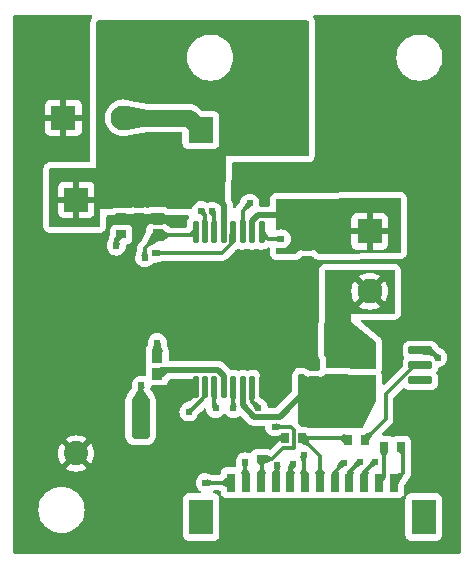
<source format=gtl>
G04 #@! TF.GenerationSoftware,KiCad,Pcbnew,7.0.10*
G04 #@! TF.CreationDate,2024-11-08T18:31:00-05:00*
G04 #@! TF.ProjectId,Novel Mechanism 2 Board,4e6f7665-6c20-44d6-9563-68616e69736d,rev?*
G04 #@! TF.SameCoordinates,Original*
G04 #@! TF.FileFunction,Copper,L1,Top*
G04 #@! TF.FilePolarity,Positive*
%FSLAX46Y46*%
G04 Gerber Fmt 4.6, Leading zero omitted, Abs format (unit mm)*
G04 Created by KiCad (PCBNEW 7.0.10) date 2024-11-08 18:31:00*
%MOMM*%
%LPD*%
G01*
G04 APERTURE LIST*
G04 Aperture macros list*
%AMRoundRect*
0 Rectangle with rounded corners*
0 $1 Rounding radius*
0 $2 $3 $4 $5 $6 $7 $8 $9 X,Y pos of 4 corners*
0 Add a 4 corners polygon primitive as box body*
4,1,4,$2,$3,$4,$5,$6,$7,$8,$9,$2,$3,0*
0 Add four circle primitives for the rounded corners*
1,1,$1+$1,$2,$3*
1,1,$1+$1,$4,$5*
1,1,$1+$1,$6,$7*
1,1,$1+$1,$8,$9*
0 Add four rect primitives between the rounded corners*
20,1,$1+$1,$2,$3,$4,$5,0*
20,1,$1+$1,$4,$5,$6,$7,0*
20,1,$1+$1,$6,$7,$8,$9,0*
20,1,$1+$1,$8,$9,$2,$3,0*%
G04 Aperture macros list end*
G04 #@! TA.AperFunction,SMDPad,CuDef*
%ADD10R,2.120000X2.200000*%
G04 #@! TD*
G04 #@! TA.AperFunction,ComponentPad*
%ADD11R,2.100000X2.100000*%
G04 #@! TD*
G04 #@! TA.AperFunction,ComponentPad*
%ADD12C,2.100000*%
G04 #@! TD*
G04 #@! TA.AperFunction,SMDPad,CuDef*
%ADD13R,0.930000X1.010000*%
G04 #@! TD*
G04 #@! TA.AperFunction,SMDPad,CuDef*
%ADD14RoundRect,0.075000X-0.910000X-0.225000X0.910000X-0.225000X0.910000X0.225000X-0.910000X0.225000X0*%
G04 #@! TD*
G04 #@! TA.AperFunction,SMDPad,CuDef*
%ADD15RoundRect,0.395000X-0.395000X1.415000X-0.395000X-1.415000X0.395000X-1.415000X0.395000X1.415000X0*%
G04 #@! TD*
G04 #@! TA.AperFunction,SMDPad,CuDef*
%ADD16R,0.900000X0.650000*%
G04 #@! TD*
G04 #@! TA.AperFunction,SMDPad,CuDef*
%ADD17R,0.650000X0.900000*%
G04 #@! TD*
G04 #@! TA.AperFunction,ComponentPad*
%ADD18R,2.057400X2.057400*%
G04 #@! TD*
G04 #@! TA.AperFunction,ComponentPad*
%ADD19C,2.057400*%
G04 #@! TD*
G04 #@! TA.AperFunction,SMDPad,CuDef*
%ADD20O,0.530000X1.950000*%
G04 #@! TD*
G04 #@! TA.AperFunction,SMDPad,CuDef*
%ADD21R,9.500000X7.400000*%
G04 #@! TD*
G04 #@! TA.AperFunction,SMDPad,CuDef*
%ADD22RoundRect,0.265000X-2.240000X-0.795000X2.240000X-0.795000X2.240000X0.795000X-2.240000X0.795000X0*%
G04 #@! TD*
G04 #@! TA.AperFunction,SMDPad,CuDef*
%ADD23R,0.800000X1.600000*%
G04 #@! TD*
G04 #@! TA.AperFunction,SMDPad,CuDef*
%ADD24R,2.100000X3.000000*%
G04 #@! TD*
G04 #@! TA.AperFunction,ViaPad*
%ADD25C,0.609600*%
G04 #@! TD*
G04 #@! TA.AperFunction,Conductor*
%ADD26C,0.508000*%
G04 #@! TD*
G04 #@! TA.AperFunction,Conductor*
%ADD27C,0.304800*%
G04 #@! TD*
G04 #@! TA.AperFunction,Conductor*
%ADD28C,1.400000*%
G04 #@! TD*
G04 APERTURE END LIST*
D10*
X134850000Y-59205000D03*
X134850000Y-54795000D03*
D11*
X123212500Y-53752500D03*
D12*
X128292500Y-53752500D03*
D13*
X131200000Y-63709000D03*
X131200000Y-62291000D03*
D14*
X148480000Y-73445000D03*
X148480000Y-74715000D03*
X148480000Y-75985000D03*
X148480000Y-77255000D03*
X153420000Y-77255000D03*
X153420000Y-75985000D03*
X153420000Y-74715000D03*
X153420000Y-73445000D03*
D15*
X129750000Y-79177500D03*
X129750000Y-84577500D03*
D16*
X128100000Y-63625000D03*
X128100000Y-62175000D03*
D17*
X143425000Y-80900000D03*
X141975000Y-80900000D03*
X148725000Y-81000000D03*
X147275000Y-81000000D03*
D13*
X129600000Y-60891000D03*
X129600000Y-62309000D03*
X143850000Y-64541000D03*
X143850000Y-65959000D03*
X144450000Y-76118000D03*
X144450000Y-74700000D03*
D18*
X124300000Y-60682150D03*
D19*
X124300000Y-82170550D03*
D11*
X149147500Y-63360000D03*
D12*
X149147500Y-68440000D03*
D13*
X131150000Y-73982000D03*
X131150000Y-75400000D03*
D17*
X151825000Y-81600000D03*
X150375000Y-81600000D03*
D16*
X140000000Y-82625000D03*
X140000000Y-81175000D03*
D20*
X134400000Y-76555000D03*
X135200000Y-76555000D03*
X136000000Y-76555000D03*
X136800000Y-76555000D03*
X137600000Y-76555000D03*
X138400000Y-76555000D03*
X139200000Y-76555000D03*
X140000000Y-76555000D03*
X140000000Y-63445000D03*
X139200000Y-63445000D03*
X138400000Y-63445000D03*
X137600000Y-63445000D03*
X136800000Y-63445000D03*
X136000000Y-63445000D03*
X135200000Y-63445000D03*
X134400000Y-63445000D03*
D21*
X137200000Y-70000000D03*
D22*
X139750000Y-54150000D03*
X149250000Y-54150000D03*
D23*
X137425000Y-84650000D03*
X138675000Y-84650000D03*
X139925000Y-84650000D03*
X141175000Y-84650000D03*
X142425000Y-84650000D03*
X143675000Y-84650000D03*
X144925000Y-84650000D03*
X146175000Y-84650000D03*
X147425000Y-84650000D03*
X148675000Y-84650000D03*
X149925000Y-84650000D03*
X151175000Y-84650000D03*
D24*
X134875000Y-87550000D03*
X153725000Y-87550000D03*
D25*
X131150000Y-72800000D03*
X129800000Y-76400000D03*
X154900000Y-74050000D03*
X135222500Y-84650000D03*
X130100000Y-65600000D03*
X155100000Y-56000000D03*
X121150000Y-68300000D03*
X155450000Y-69250000D03*
X155450000Y-71250000D03*
X121150000Y-74300000D03*
X127150000Y-72300000D03*
X153000000Y-58000000D03*
X147000000Y-58000000D03*
X151000000Y-58000000D03*
X149000000Y-56000000D03*
X121150000Y-66550000D03*
X147000000Y-56000000D03*
X151000000Y-56000000D03*
X123150000Y-72300000D03*
X155450000Y-65350000D03*
X123150000Y-74300000D03*
X125150000Y-74300000D03*
X125150000Y-76150000D03*
X125150000Y-66550000D03*
X155450000Y-67350000D03*
X121150000Y-70300000D03*
X155100000Y-58000000D03*
X155450000Y-63350000D03*
X121150000Y-76150000D03*
X127150000Y-68300000D03*
X123150000Y-78150000D03*
X125100000Y-64950000D03*
X125150000Y-78150000D03*
X123150000Y-66550000D03*
X125150000Y-72300000D03*
X123100000Y-64950000D03*
X123150000Y-70300000D03*
X125150000Y-70300000D03*
X125150000Y-68300000D03*
X121150000Y-72300000D03*
X127150000Y-74300000D03*
X121150000Y-78150000D03*
X153000000Y-56000000D03*
X123150000Y-68300000D03*
X121100000Y-64950000D03*
X155450000Y-61350000D03*
X149000000Y-58000000D03*
X123150000Y-76150000D03*
X127150000Y-70300000D03*
X141091200Y-79900000D03*
X141650000Y-64000000D03*
X131000000Y-65200000D03*
X127700000Y-64600000D03*
X149600000Y-82850000D03*
X133850000Y-78650000D03*
X143550000Y-82300000D03*
X136089711Y-78360289D03*
X142650000Y-83050000D03*
X137600000Y-78350000D03*
X138600000Y-82885852D03*
X139700000Y-78291200D03*
X139000000Y-61000000D03*
X141314711Y-83114711D03*
X135800000Y-61650000D03*
X148300000Y-82900000D03*
X134900000Y-61600000D03*
X146950000Y-82950000D03*
D26*
X136800000Y-61155000D02*
X134850000Y-59205000D01*
X136800000Y-63445000D02*
X136800000Y-61155000D01*
X131150000Y-73982000D02*
X131150000Y-72800000D01*
X136298000Y-75100000D02*
X136800000Y-75602000D01*
X136800000Y-75602000D02*
X136800000Y-76555000D01*
X131450000Y-75100000D02*
X136298000Y-75100000D01*
X131150000Y-75400000D02*
X131450000Y-75100000D01*
D27*
X151175000Y-84650000D02*
X152000000Y-83825000D01*
X152000000Y-83825000D02*
X152000000Y-81775000D01*
X152000000Y-81775000D02*
X151825000Y-81600000D01*
X154295000Y-73445000D02*
X154900000Y-74050000D01*
X129750000Y-79177500D02*
X129750000Y-76450000D01*
X129750000Y-76450000D02*
X129800000Y-76400000D01*
X130100000Y-64809000D02*
X130100000Y-65600000D01*
X153420000Y-73445000D02*
X154295000Y-73445000D01*
X134136000Y-63709000D02*
X131200000Y-63709000D01*
X131200000Y-63709000D02*
X130100000Y-64809000D01*
X137425000Y-84650000D02*
X135222500Y-84650000D01*
X134400000Y-63445000D02*
X134136000Y-63709000D01*
X141975000Y-80900000D02*
X140275000Y-80900000D01*
X140275000Y-80900000D02*
X140000000Y-81175000D01*
D26*
X144450000Y-76118000D02*
X141518000Y-79050000D01*
X139350000Y-79050000D02*
X138400000Y-78100000D01*
X141518000Y-79050000D02*
X139350000Y-79050000D01*
X138400000Y-78100000D02*
X138400000Y-76555000D01*
X139200000Y-62518180D02*
X139200000Y-63445000D01*
X143016000Y-62016000D02*
X139702180Y-62016000D01*
X143850000Y-62850000D02*
X143850000Y-64291000D01*
X139702180Y-62016000D02*
X139200000Y-62518180D01*
X143016000Y-62016000D02*
X143850000Y-62850000D01*
D28*
X128292500Y-53752500D02*
X133807500Y-53752500D01*
X133807500Y-53752500D02*
X134850000Y-54795000D01*
D27*
X142747600Y-80192800D02*
X142747600Y-81702400D01*
X141650000Y-64000000D02*
X140555000Y-64000000D01*
X141091200Y-79900000D02*
X142454800Y-79900000D01*
X142747600Y-81702400D02*
X141797600Y-81702400D01*
X142454800Y-79900000D02*
X142747600Y-80192800D01*
X141797600Y-81702400D02*
X140875000Y-82625000D01*
X140875000Y-82625000D02*
X140000000Y-82625000D01*
X140000000Y-82625000D02*
X140000000Y-84575000D01*
X140555000Y-64000000D02*
X140000000Y-63445000D01*
X140000000Y-84575000D02*
X139925000Y-84650000D01*
X137600000Y-64228135D02*
X136628135Y-65200000D01*
X137600000Y-64228135D02*
X137600000Y-63445000D01*
X137600000Y-63445000D02*
X137583600Y-63428600D01*
X127700000Y-64025000D02*
X128100000Y-63625000D01*
X136628135Y-65200000D02*
X131000000Y-65200000D01*
X127700000Y-64600000D02*
X127700000Y-64025000D01*
X137583600Y-63428600D02*
X137583600Y-62645465D01*
X148675000Y-83775000D02*
X148675000Y-84650000D01*
X135200000Y-77338135D02*
X135200000Y-76555000D01*
X149600000Y-82850000D02*
X148675000Y-83775000D01*
X133888135Y-78650000D02*
X135200000Y-77338135D01*
X133850000Y-78650000D02*
X133888135Y-78650000D01*
X136000000Y-78270578D02*
X136000000Y-76555000D01*
X136089711Y-78360289D02*
X136000000Y-78270578D01*
X143550000Y-82300000D02*
X143550000Y-84525000D01*
X143550000Y-84525000D02*
X143675000Y-84650000D01*
X142650000Y-83050000D02*
X142425000Y-83275000D01*
X142425000Y-83275000D02*
X142425000Y-84650000D01*
X137600000Y-76555000D02*
X137600000Y-78350000D01*
X138600000Y-84575000D02*
X138675000Y-84650000D01*
X139691200Y-78291200D02*
X139200000Y-77800000D01*
X138600000Y-82885852D02*
X138600000Y-84575000D01*
X139700000Y-78291200D02*
X139691200Y-78291200D01*
X139200000Y-77800000D02*
X139200000Y-76555000D01*
X138400000Y-61600000D02*
X138400000Y-63445000D01*
X139000000Y-61000000D02*
X138400000Y-61600000D01*
X141314711Y-83114711D02*
X141314711Y-84510289D01*
X141314711Y-84510289D02*
X141175000Y-84650000D01*
X136000000Y-61850000D02*
X136000000Y-63445000D01*
X147425000Y-83775000D02*
X147425000Y-84650000D01*
X148300000Y-82900000D02*
X147425000Y-83775000D01*
X135800000Y-61650000D02*
X136000000Y-61850000D01*
X146950000Y-82950000D02*
X146175000Y-83725000D01*
X134900000Y-61600000D02*
X134900000Y-61679422D01*
X146175000Y-83725000D02*
X146175000Y-84650000D01*
X134900000Y-61679422D02*
X135200000Y-61979422D01*
X135200000Y-61979422D02*
X135200000Y-63445000D01*
X144925000Y-84650000D02*
X144925000Y-82400000D01*
X147175000Y-80900000D02*
X147275000Y-81000000D01*
X144925000Y-82400000D02*
X143425000Y-80900000D01*
X143425000Y-80900000D02*
X147175000Y-80900000D01*
X147275000Y-81000000D02*
X146975000Y-80700000D01*
X149925000Y-84650000D02*
X149900000Y-84650000D01*
X150375000Y-84200000D02*
X150375000Y-81600000D01*
X149925000Y-84650000D02*
X150375000Y-84200000D01*
X152948486Y-74715000D02*
X153420000Y-74715000D01*
X150500000Y-79225000D02*
X150500000Y-77163486D01*
X148725000Y-81000000D02*
X150500000Y-79225000D01*
X150500000Y-77163486D02*
X152948486Y-74715000D01*
G04 #@! TA.AperFunction,Conductor*
G36*
X151742052Y-60520231D02*
G01*
X151788303Y-60572601D01*
X151800000Y-60625174D01*
X151800000Y-65077164D01*
X151780315Y-65144203D01*
X151727511Y-65189958D01*
X151677170Y-65201158D01*
X144862300Y-65265449D01*
X144795078Y-65246398D01*
X144761864Y-65215766D01*
X144672547Y-65096455D01*
X144672544Y-65096452D01*
X144557335Y-65010206D01*
X144557328Y-65010202D01*
X144422482Y-64959908D01*
X144422483Y-64959908D01*
X144362883Y-64953501D01*
X144362881Y-64953500D01*
X144362873Y-64953500D01*
X144362864Y-64953500D01*
X143337129Y-64953500D01*
X143337123Y-64953501D01*
X143277516Y-64959908D01*
X143142671Y-65010202D01*
X143142664Y-65010206D01*
X143027456Y-65096452D01*
X143027455Y-65096453D01*
X143027454Y-65096454D01*
X142957457Y-65189958D01*
X142941202Y-65211672D01*
X142936952Y-65219456D01*
X142933796Y-65217732D01*
X142902099Y-65259982D01*
X142836609Y-65284330D01*
X142829063Y-65284631D01*
X141325170Y-65298819D01*
X141257948Y-65279768D01*
X141211697Y-65227398D01*
X141200000Y-65174825D01*
X141200000Y-64877488D01*
X141219685Y-64810449D01*
X141272489Y-64764694D01*
X141341647Y-64754750D01*
X141355439Y-64757540D01*
X141395360Y-64768003D01*
X141418610Y-64773634D01*
X141418580Y-64773756D01*
X141434444Y-64777751D01*
X141469670Y-64790078D01*
X141469676Y-64790078D01*
X141469678Y-64790079D01*
X141649996Y-64810396D01*
X141650000Y-64810396D01*
X141650004Y-64810396D01*
X141830324Y-64790079D01*
X141830327Y-64790078D01*
X141830330Y-64790078D01*
X142001618Y-64730142D01*
X142001620Y-64730140D01*
X142001622Y-64730140D01*
X142001625Y-64730138D01*
X142155268Y-64633597D01*
X142155269Y-64633596D01*
X142155274Y-64633593D01*
X142283593Y-64505274D01*
X142292741Y-64490715D01*
X142313395Y-64457844D01*
X147597500Y-64457844D01*
X147603901Y-64517372D01*
X147603903Y-64517379D01*
X147654145Y-64652086D01*
X147654149Y-64652093D01*
X147740309Y-64767187D01*
X147740312Y-64767190D01*
X147855406Y-64853350D01*
X147855413Y-64853354D01*
X147990120Y-64903596D01*
X147990127Y-64903598D01*
X148049655Y-64909999D01*
X148049672Y-64910000D01*
X148897500Y-64910000D01*
X148897500Y-64013837D01*
X148978749Y-64044651D01*
X149105160Y-64060000D01*
X149189840Y-64060000D01*
X149316251Y-64044651D01*
X149397500Y-64013837D01*
X149397500Y-64910000D01*
X150245328Y-64910000D01*
X150245344Y-64909999D01*
X150304872Y-64903598D01*
X150304879Y-64903596D01*
X150439586Y-64853354D01*
X150439593Y-64853350D01*
X150554687Y-64767190D01*
X150554690Y-64767187D01*
X150640850Y-64652093D01*
X150640854Y-64652086D01*
X150691096Y-64517379D01*
X150691098Y-64517372D01*
X150697499Y-64457844D01*
X150697500Y-64457827D01*
X150697500Y-63610000D01*
X149806829Y-63610000D01*
X149847500Y-63444995D01*
X149847500Y-63275005D01*
X149806829Y-63110000D01*
X150697500Y-63110000D01*
X150697500Y-62262172D01*
X150697499Y-62262155D01*
X150691098Y-62202627D01*
X150691096Y-62202620D01*
X150640854Y-62067913D01*
X150640850Y-62067906D01*
X150554690Y-61952812D01*
X150554687Y-61952809D01*
X150439593Y-61866649D01*
X150439586Y-61866645D01*
X150304879Y-61816403D01*
X150304872Y-61816401D01*
X150245344Y-61810000D01*
X149397500Y-61810000D01*
X149397500Y-62706162D01*
X149316251Y-62675349D01*
X149189840Y-62660000D01*
X149105160Y-62660000D01*
X148978749Y-62675349D01*
X148897500Y-62706162D01*
X148897500Y-61810000D01*
X148049655Y-61810000D01*
X147990127Y-61816401D01*
X147990120Y-61816403D01*
X147855413Y-61866645D01*
X147855406Y-61866649D01*
X147740312Y-61952809D01*
X147740309Y-61952812D01*
X147654149Y-62067906D01*
X147654145Y-62067913D01*
X147603903Y-62202620D01*
X147603901Y-62202627D01*
X147597500Y-62262155D01*
X147597500Y-63110000D01*
X148488171Y-63110000D01*
X148447500Y-63275005D01*
X148447500Y-63444995D01*
X148488171Y-63610000D01*
X147597500Y-63610000D01*
X147597500Y-64457844D01*
X142313395Y-64457844D01*
X142380138Y-64351625D01*
X142380140Y-64351622D01*
X142380140Y-64351620D01*
X142380142Y-64351618D01*
X142440078Y-64180330D01*
X142460396Y-64000000D01*
X142458635Y-63984371D01*
X142440079Y-63819675D01*
X142440078Y-63819670D01*
X142380140Y-63648377D01*
X142380138Y-63648374D01*
X142283597Y-63494731D01*
X142283592Y-63494725D01*
X142155274Y-63366407D01*
X142155268Y-63366402D01*
X142001625Y-63269861D01*
X142001622Y-63269859D01*
X141830329Y-63209921D01*
X141830324Y-63209920D01*
X141650004Y-63189604D01*
X141649996Y-63189604D01*
X141469676Y-63209920D01*
X141469669Y-63209922D01*
X141425112Y-63225512D01*
X141398229Y-63231668D01*
X141395375Y-63231993D01*
X141395362Y-63231995D01*
X141395361Y-63231996D01*
X141377061Y-63236792D01*
X141355434Y-63242460D01*
X141285595Y-63240413D01*
X141227948Y-63200932D01*
X141200798Y-63136554D01*
X141200000Y-63122510D01*
X141200000Y-60722835D01*
X141219685Y-60655796D01*
X141272489Y-60610041D01*
X141322828Y-60598841D01*
X151674832Y-60501180D01*
X151742052Y-60520231D01*
G37*
G04 #@! TD.AperFunction*
G04 #@! TA.AperFunction,Conductor*
G36*
X146951238Y-80624306D02*
G01*
X146955398Y-80627385D01*
X147268345Y-80991103D01*
X147271143Y-80999609D01*
X147267107Y-81007603D01*
X147267079Y-81007627D01*
X146956870Y-81272860D01*
X146948355Y-81275631D01*
X146942581Y-81273568D01*
X146630014Y-81055891D01*
X146625183Y-81048351D01*
X146625000Y-81046290D01*
X146625000Y-80755601D01*
X146628427Y-80747328D01*
X146632456Y-80744698D01*
X146942286Y-80624113D01*
X146951238Y-80624306D01*
G37*
G04 #@! TD.AperFunction*
G04 #@! TA.AperFunction,Conductor*
G36*
X136153182Y-77771961D02*
G01*
X136155535Y-77775338D01*
X136366233Y-78232630D01*
X136366583Y-78241578D01*
X136360503Y-78248152D01*
X136360117Y-78248322D01*
X136091893Y-78360377D01*
X136087345Y-78361281D01*
X135797873Y-78360331D01*
X135789611Y-78356877D01*
X135786211Y-78348593D01*
X135786275Y-78347410D01*
X135846491Y-77779000D01*
X135850770Y-77771135D01*
X135858126Y-77768534D01*
X136144909Y-77768534D01*
X136153182Y-77771961D01*
G37*
G04 #@! TD.AperFunction*
G04 #@! TA.AperFunction,Conductor*
G36*
X143757629Y-80579051D02*
G01*
X144068789Y-80744301D01*
X144074487Y-80751207D01*
X144075000Y-80754633D01*
X144075000Y-81045366D01*
X144071573Y-81053639D01*
X144068788Y-81055699D01*
X143757630Y-81220947D01*
X143748716Y-81221801D01*
X143743882Y-81218900D01*
X143432311Y-80908286D01*
X143428871Y-80900018D01*
X143432285Y-80891740D01*
X143432311Y-80891714D01*
X143573251Y-80751207D01*
X143743882Y-80581098D01*
X143752160Y-80577685D01*
X143757629Y-80579051D01*
G37*
G04 #@! TD.AperFunction*
G04 #@! TA.AperFunction,Conductor*
G36*
X143704721Y-83453427D02*
G01*
X143705903Y-83454808D01*
X143989992Y-83844782D01*
X143992093Y-83853487D01*
X143991406Y-83855997D01*
X143684663Y-84626720D01*
X143678419Y-84633140D01*
X143669466Y-84633265D01*
X143663325Y-84627621D01*
X143662875Y-84626720D01*
X143277088Y-83854183D01*
X143276370Y-83845529D01*
X143395065Y-83458271D01*
X143400765Y-83451366D01*
X143406251Y-83450000D01*
X143696448Y-83450000D01*
X143704721Y-83453427D01*
G37*
G04 #@! TD.AperFunction*
G04 #@! TA.AperFunction,Conductor*
G36*
X148805319Y-83445733D02*
G01*
X148805847Y-83446229D01*
X149010552Y-83650934D01*
X149013433Y-83655673D01*
X149073566Y-83845475D01*
X149072875Y-83854245D01*
X148687457Y-84624400D01*
X148680690Y-84630265D01*
X148671758Y-84629627D01*
X148665893Y-84622860D01*
X148665808Y-84622594D01*
X148434532Y-83856239D01*
X148435422Y-83847329D01*
X148436964Y-83845114D01*
X148788807Y-83446755D01*
X148796850Y-83442824D01*
X148805319Y-83445733D01*
G37*
G04 #@! TD.AperFunction*
G04 #@! TA.AperFunction,Conductor*
G36*
X149327810Y-82737221D02*
G01*
X149562165Y-82833465D01*
X149596185Y-82847436D01*
X149602536Y-82853749D01*
X149602563Y-82853814D01*
X149712777Y-83122187D01*
X149712750Y-83131142D01*
X149707859Y-83136732D01*
X149284505Y-83384258D01*
X149275634Y-83385476D01*
X149270327Y-83382431D01*
X149067568Y-83179672D01*
X149064141Y-83171399D01*
X149065739Y-83165498D01*
X149313267Y-82742139D01*
X149320401Y-82736727D01*
X149327810Y-82737221D01*
G37*
G04 #@! TD.AperFunction*
G04 #@! TA.AperFunction,Conductor*
G36*
X137031550Y-84256534D02*
G01*
X137269779Y-84494169D01*
X137417696Y-84641717D01*
X137421133Y-84649985D01*
X137417716Y-84658263D01*
X137417696Y-84658283D01*
X137031552Y-85043464D01*
X137023274Y-85046881D01*
X137017131Y-85045129D01*
X136630542Y-84805830D01*
X136625311Y-84798562D01*
X136625000Y-84795882D01*
X136625000Y-84504117D01*
X136628427Y-84495844D01*
X136630539Y-84494171D01*
X137017132Y-84254869D01*
X137025969Y-84253429D01*
X137031550Y-84256534D01*
G37*
G04 #@! TD.AperFunction*
G04 #@! TA.AperFunction,Conductor*
G36*
X140152979Y-83453427D02*
G01*
X140155449Y-83457065D01*
X140322845Y-83845005D01*
X140322976Y-83853958D01*
X140322569Y-83854867D01*
X139936162Y-84628647D01*
X139929400Y-84634518D01*
X139920468Y-84633887D01*
X139914978Y-84628113D01*
X139576843Y-83855940D01*
X139576663Y-83846987D01*
X139577896Y-83844651D01*
X139844115Y-83455098D01*
X139851612Y-83450202D01*
X139853775Y-83450000D01*
X140144706Y-83450000D01*
X140152979Y-83453427D01*
G37*
G04 #@! TD.AperFunction*
G04 #@! TA.AperFunction,Conductor*
G36*
X138604510Y-82886736D02*
G01*
X138872210Y-82998572D01*
X138878523Y-83004923D01*
X138879018Y-83012334D01*
X138754689Y-83486718D01*
X138749276Y-83493852D01*
X138743371Y-83495452D01*
X138456629Y-83495452D01*
X138448356Y-83492025D01*
X138445311Y-83486718D01*
X138320981Y-83012334D01*
X138322199Y-83003463D01*
X138327788Y-82998572D01*
X138595490Y-82886735D01*
X138604445Y-82886709D01*
X138604510Y-82886736D01*
G37*
G04 #@! TD.AperFunction*
G04 #@! TA.AperFunction,Conductor*
G36*
X140264983Y-63338945D02*
G01*
X140270283Y-63343367D01*
X140554984Y-63781674D01*
X140556617Y-63790478D01*
X140553445Y-63796320D01*
X140344620Y-64005146D01*
X140277374Y-64072391D01*
X140269101Y-64075818D01*
X140260828Y-64072391D01*
X140258294Y-64068601D01*
X140003793Y-63455140D01*
X140003788Y-63446186D01*
X140010116Y-63439850D01*
X140256029Y-63338916D01*
X140264983Y-63338945D01*
G37*
G04 #@! TD.AperFunction*
G04 #@! TA.AperFunction,Conductor*
G36*
X137610308Y-76589013D02*
G01*
X137611202Y-76591171D01*
X137843956Y-77363519D01*
X137844191Y-77369361D01*
X137754391Y-77785766D01*
X137749297Y-77793131D01*
X137742954Y-77795000D01*
X137457046Y-77795000D01*
X137448773Y-77791573D01*
X137445609Y-77785766D01*
X137355808Y-77369361D01*
X137356042Y-77363521D01*
X137588798Y-76591170D01*
X137594466Y-76584239D01*
X137603376Y-76583345D01*
X137610308Y-76589013D01*
G37*
G04 #@! TD.AperFunction*
G04 #@! TA.AperFunction,Conductor*
G36*
X136094137Y-61649965D02*
G01*
X136102399Y-61653419D01*
X136105752Y-61660620D01*
X136151257Y-62167955D01*
X136148583Y-62176501D01*
X136140649Y-62180653D01*
X136139604Y-62180700D01*
X135853073Y-62180700D01*
X135844800Y-62177273D01*
X135844092Y-62176498D01*
X135591311Y-61873716D01*
X135588639Y-61865169D01*
X135591999Y-61857966D01*
X135796554Y-61652461D01*
X135804818Y-61649016D01*
X135804877Y-61649016D01*
X136094137Y-61649965D01*
G37*
G04 #@! TD.AperFunction*
G04 #@! TA.AperFunction,Conductor*
G36*
X145079155Y-83453427D02*
G01*
X145080830Y-83455542D01*
X145321565Y-83844452D01*
X145323006Y-83853290D01*
X145322084Y-83855837D01*
X144935467Y-84630039D01*
X144928705Y-84635910D01*
X144919773Y-84635279D01*
X144914533Y-84630039D01*
X144527915Y-83855837D01*
X144527284Y-83846905D01*
X144528434Y-83844452D01*
X144769170Y-83455542D01*
X144776438Y-83450311D01*
X144779118Y-83450000D01*
X145070882Y-83450000D01*
X145079155Y-83453427D01*
G37*
G04 #@! TD.AperFunction*
G04 #@! TA.AperFunction,Conductor*
G36*
X141319221Y-83115595D02*
G01*
X141586921Y-83227431D01*
X141593234Y-83233782D01*
X141593729Y-83241193D01*
X141469400Y-83715577D01*
X141463987Y-83722711D01*
X141458082Y-83724311D01*
X141171340Y-83724311D01*
X141163067Y-83720884D01*
X141160022Y-83715577D01*
X141035692Y-83241193D01*
X141036910Y-83232322D01*
X141042499Y-83227431D01*
X141310201Y-83115594D01*
X141319156Y-83115568D01*
X141319221Y-83115595D01*
G37*
G04 #@! TD.AperFunction*
G04 #@! TA.AperFunction,Conductor*
G36*
X138754498Y-83453427D02*
G01*
X138755882Y-83455096D01*
X138963917Y-83759510D01*
X139022099Y-83844646D01*
X139023937Y-83853410D01*
X139023156Y-83855940D01*
X138685021Y-84628113D01*
X138678564Y-84634317D01*
X138669611Y-84634137D01*
X138663837Y-84628647D01*
X138277429Y-83854865D01*
X138276799Y-83845935D01*
X138277143Y-83845031D01*
X138444551Y-83457064D01*
X138450976Y-83450826D01*
X138455294Y-83450000D01*
X138746225Y-83450000D01*
X138754498Y-83453427D01*
G37*
G04 #@! TD.AperFunction*
G04 #@! TA.AperFunction,Conductor*
G36*
X125592421Y-45069685D02*
G01*
X125638176Y-45122489D01*
X125648120Y-45191647D01*
X125619095Y-45255203D01*
X125594433Y-45283664D01*
X125594430Y-45283668D01*
X125534664Y-45414534D01*
X125514976Y-45481582D01*
X125509949Y-45516549D01*
X125494502Y-45623990D01*
X125494500Y-45624001D01*
X125494500Y-57370500D01*
X125474815Y-57437539D01*
X125422011Y-57483294D01*
X125370500Y-57494500D01*
X122124000Y-57494500D01*
X122123991Y-57494500D01*
X122123990Y-57494501D01*
X122016549Y-57506052D01*
X122016537Y-57506054D01*
X121965027Y-57517260D01*
X121862502Y-57551383D01*
X121862496Y-57551386D01*
X121741462Y-57629171D01*
X121741451Y-57629179D01*
X121688659Y-57674923D01*
X121594433Y-57783664D01*
X121594430Y-57783668D01*
X121534664Y-57914534D01*
X121534662Y-57914541D01*
X121514977Y-57981580D01*
X121514976Y-57981584D01*
X121494500Y-58124000D01*
X121494500Y-59658950D01*
X121494500Y-60682150D01*
X121494500Y-61437650D01*
X121494500Y-62876000D01*
X121494501Y-62876009D01*
X121506052Y-62983450D01*
X121506054Y-62983462D01*
X121517260Y-63034972D01*
X121551383Y-63137497D01*
X121551386Y-63137503D01*
X121629171Y-63258537D01*
X121629179Y-63258548D01*
X121674923Y-63311340D01*
X121674926Y-63311343D01*
X121674930Y-63311347D01*
X121783664Y-63405567D01*
X121783667Y-63405568D01*
X121783668Y-63405569D01*
X121877925Y-63448616D01*
X121914541Y-63465338D01*
X121981580Y-63485023D01*
X121981584Y-63485024D01*
X122124000Y-63505500D01*
X122124003Y-63505500D01*
X126225990Y-63505500D01*
X126226000Y-63505500D01*
X126333456Y-63493947D01*
X126384967Y-63482741D01*
X126419197Y-63471347D01*
X126487497Y-63448616D01*
X126487501Y-63448613D01*
X126487504Y-63448613D01*
X126608543Y-63370825D01*
X126661347Y-63325070D01*
X126755567Y-63216336D01*
X126815338Y-63085459D01*
X126835023Y-63018420D01*
X126835024Y-63018416D01*
X126855500Y-62876000D01*
X126855500Y-62129500D01*
X126875185Y-62062461D01*
X126927989Y-62016706D01*
X126979500Y-62005500D01*
X127241122Y-62005500D01*
X127259103Y-62005179D01*
X127259114Y-62005178D01*
X127259147Y-62005178D01*
X127267994Y-62004862D01*
X127286023Y-62003895D01*
X127426614Y-61973308D01*
X127426619Y-61973306D01*
X127426624Y-61973305D01*
X127492066Y-61948894D01*
X127492065Y-61948894D01*
X127492077Y-61948890D01*
X127618350Y-61879938D01*
X127618617Y-61879737D01*
X127618722Y-61879698D01*
X127622070Y-61877547D01*
X127622538Y-61878275D01*
X127684080Y-61855316D01*
X127692934Y-61855000D01*
X128526728Y-61855000D01*
X128570059Y-61862817D01*
X128578192Y-61865851D01*
X128629535Y-61878955D01*
X128682895Y-61892575D01*
X128682899Y-61892575D01*
X128682905Y-61892577D01*
X128735081Y-61900079D01*
X128843070Y-61903938D01*
X128947449Y-61881234D01*
X129017135Y-61886218D01*
X129027517Y-61890091D01*
X129087127Y-61896500D01*
X130112872Y-61896499D01*
X130172483Y-61890091D01*
X130192910Y-61882471D01*
X130262597Y-61877486D01*
X130289362Y-61883309D01*
X130375469Y-61889469D01*
X130432873Y-61893576D01*
X130432873Y-61893575D01*
X130432875Y-61893576D01*
X130573468Y-61862994D01*
X130636921Y-61839328D01*
X130638444Y-61838790D01*
X130638926Y-61838580D01*
X130638933Y-61838578D01*
X130638936Y-61838577D01*
X130697093Y-61806820D01*
X130713196Y-61799467D01*
X130714966Y-61798807D01*
X130758270Y-61791000D01*
X131614210Y-61791000D01*
X131681249Y-61810685D01*
X131698702Y-61824242D01*
X131726688Y-61850296D01*
X131797839Y-61905567D01*
X131928716Y-61965338D01*
X131995755Y-61985023D01*
X131995759Y-61985024D01*
X132138175Y-62005500D01*
X132138178Y-62005500D01*
X133746915Y-62005500D01*
X133813954Y-62025185D01*
X133859709Y-62077989D01*
X133869653Y-62147147D01*
X133841904Y-62209206D01*
X133756082Y-62311484D01*
X133675767Y-62471403D01*
X133634500Y-62645524D01*
X133634500Y-62932100D01*
X133614815Y-62999139D01*
X133562011Y-63044894D01*
X133510500Y-63056100D01*
X132329363Y-63056100D01*
X132262324Y-63036415D01*
X132260182Y-63035008D01*
X132083416Y-62916175D01*
X132053335Y-62887582D01*
X132022546Y-62846454D01*
X132022544Y-62846452D01*
X132022543Y-62846451D01*
X131907335Y-62760206D01*
X131907328Y-62760202D01*
X131772482Y-62709908D01*
X131772483Y-62709908D01*
X131712883Y-62703501D01*
X131712881Y-62703500D01*
X131712873Y-62703500D01*
X131712864Y-62703500D01*
X130687129Y-62703500D01*
X130687123Y-62703501D01*
X130627516Y-62709908D01*
X130492671Y-62760202D01*
X130492664Y-62760206D01*
X130377455Y-62846452D01*
X130377452Y-62846455D01*
X130291206Y-62961664D01*
X130291202Y-62961671D01*
X130240908Y-63096517D01*
X130234501Y-63156116D01*
X130234500Y-63156135D01*
X130234500Y-63358555D01*
X130221548Y-63413730D01*
X130135502Y-63586908D01*
X129884564Y-64091956D01*
X129861197Y-64124461D01*
X129698976Y-64286682D01*
X129686378Y-64296776D01*
X129686530Y-64296960D01*
X129680518Y-64301933D01*
X129632406Y-64353166D01*
X129629701Y-64355957D01*
X129609287Y-64376371D01*
X129609284Y-64376375D01*
X129606558Y-64379890D01*
X129598979Y-64388763D01*
X129567596Y-64422182D01*
X129567594Y-64422186D01*
X129557313Y-64440885D01*
X129546638Y-64457136D01*
X129533557Y-64474001D01*
X129533552Y-64474009D01*
X129515345Y-64516081D01*
X129510209Y-64526564D01*
X129488123Y-64566740D01*
X129488123Y-64566741D01*
X129482814Y-64587416D01*
X129476515Y-64605812D01*
X129468042Y-64625392D01*
X129468040Y-64625400D01*
X129460869Y-64670678D01*
X129458500Y-64682116D01*
X129447100Y-64726512D01*
X129447100Y-64747861D01*
X129445573Y-64767260D01*
X129442236Y-64788327D01*
X129442236Y-64788328D01*
X129446550Y-64833966D01*
X129447100Y-64845635D01*
X129447100Y-64890197D01*
X129443049Y-64921634D01*
X129331995Y-65345360D01*
X129326365Y-65368610D01*
X129326243Y-65368580D01*
X129322247Y-65384444D01*
X129309921Y-65419670D01*
X129309921Y-65419671D01*
X129289604Y-65599996D01*
X129289604Y-65600003D01*
X129309920Y-65780324D01*
X129309921Y-65780329D01*
X129369859Y-65951622D01*
X129369861Y-65951625D01*
X129466402Y-66105268D01*
X129466407Y-66105274D01*
X129594725Y-66233592D01*
X129594731Y-66233597D01*
X129748374Y-66330138D01*
X129748377Y-66330140D01*
X129748381Y-66330141D01*
X129748382Y-66330142D01*
X129780719Y-66341457D01*
X129919670Y-66390078D01*
X129919675Y-66390079D01*
X130099996Y-66410396D01*
X130100000Y-66410396D01*
X130100004Y-66410396D01*
X130280324Y-66390079D01*
X130280327Y-66390078D01*
X130280330Y-66390078D01*
X130451618Y-66330142D01*
X130451620Y-66330140D01*
X130451622Y-66330140D01*
X130451625Y-66330138D01*
X130605268Y-66233597D01*
X130605269Y-66233596D01*
X130605274Y-66233593D01*
X130733593Y-66105274D01*
X130765428Y-66054607D01*
X130817760Y-66008318D01*
X130884303Y-65997360D01*
X130964248Y-66006367D01*
X130999998Y-66010396D01*
X131000000Y-66010396D01*
X131000004Y-66010396D01*
X131180323Y-65990079D01*
X131180323Y-65990078D01*
X131180330Y-65990078D01*
X131224891Y-65974484D01*
X131251801Y-65968326D01*
X131254638Y-65968003D01*
X131678363Y-65856950D01*
X131709800Y-65852900D01*
X136542367Y-65852900D01*
X136558414Y-65854671D01*
X136558437Y-65854434D01*
X136566203Y-65855168D01*
X136566203Y-65855167D01*
X136566204Y-65855168D01*
X136597536Y-65854183D01*
X136636440Y-65852961D01*
X136640334Y-65852900D01*
X136669206Y-65852900D01*
X136669210Y-65852900D01*
X136673606Y-65852344D01*
X136685253Y-65851426D01*
X136731083Y-65849987D01*
X136751584Y-65844030D01*
X136770611Y-65840089D01*
X136791795Y-65837414D01*
X136834420Y-65820536D01*
X136845463Y-65816756D01*
X136889494Y-65803965D01*
X136907865Y-65793100D01*
X136925331Y-65784543D01*
X136945172Y-65776688D01*
X136982258Y-65749742D01*
X136992023Y-65743328D01*
X137008141Y-65733796D01*
X137031483Y-65719992D01*
X137046578Y-65704895D01*
X137061359Y-65692272D01*
X137078628Y-65679726D01*
X137107859Y-65644390D01*
X137115701Y-65635772D01*
X137740943Y-65010530D01*
X137746266Y-65005514D01*
X137771031Y-64983530D01*
X137784608Y-64967474D01*
X137791596Y-64959877D01*
X137869508Y-64881965D01*
X137908067Y-64855793D01*
X137950906Y-64837314D01*
X138020256Y-64828837D01*
X138062015Y-64843787D01*
X138094737Y-64862679D01*
X138266167Y-64914002D01*
X138385264Y-64920938D01*
X138444811Y-64924407D01*
X138444811Y-64924406D01*
X138444813Y-64924407D01*
X138621042Y-64893333D01*
X138750903Y-64837315D01*
X138820256Y-64828838D01*
X138862015Y-64843787D01*
X138894737Y-64862679D01*
X139066167Y-64914002D01*
X139185264Y-64920938D01*
X139244811Y-64924407D01*
X139244811Y-64924406D01*
X139244813Y-64924407D01*
X139421042Y-64893333D01*
X139550903Y-64837315D01*
X139620256Y-64828838D01*
X139662015Y-64843787D01*
X139694737Y-64862679D01*
X139866167Y-64914002D01*
X139985264Y-64920938D01*
X140044811Y-64924407D01*
X140044811Y-64924406D01*
X140044813Y-64924407D01*
X140221042Y-64893333D01*
X140385355Y-64822455D01*
X140501188Y-64736220D01*
X140566717Y-64711978D01*
X140634950Y-64727011D01*
X140684224Y-64776547D01*
X140698895Y-64844859D01*
X140697973Y-64853330D01*
X140694500Y-64877484D01*
X140694500Y-65174829D01*
X140706566Y-65284610D01*
X140706566Y-65284612D01*
X140718260Y-65337173D01*
X140718268Y-65337201D01*
X140753878Y-65441719D01*
X140753879Y-65441720D01*
X140832802Y-65562016D01*
X140879057Y-65614390D01*
X140879068Y-65614400D01*
X140949426Y-65674212D01*
X140988679Y-65707582D01*
X141120115Y-65766114D01*
X141120117Y-65766114D01*
X141120118Y-65766115D01*
X141185135Y-65784541D01*
X141187337Y-65785165D01*
X141329939Y-65804297D01*
X142177425Y-65796301D01*
X142833805Y-65790110D01*
X142840747Y-65789938D01*
X142849211Y-65789729D01*
X142849841Y-65789703D01*
X142856719Y-65789430D01*
X142856750Y-65789428D01*
X142856757Y-65789428D01*
X142872140Y-65788580D01*
X143012764Y-65758144D01*
X143076318Y-65734515D01*
X143077796Y-65733994D01*
X143078234Y-65733803D01*
X143078254Y-65733796D01*
X143078257Y-65733795D01*
X143204610Y-65664972D01*
X143282072Y-65587670D01*
X143295356Y-65576175D01*
X143301526Y-65571558D01*
X143303752Y-65574533D01*
X143349441Y-65549411D01*
X143376147Y-65546499D01*
X144327157Y-65546499D01*
X144394196Y-65566184D01*
X144416974Y-65585518D01*
X144417157Y-65585338D01*
X144419159Y-65587362D01*
X144432865Y-65600003D01*
X144452371Y-65617992D01*
X144452379Y-65617998D01*
X144525808Y-65674211D01*
X144525809Y-65674212D01*
X144657245Y-65732744D01*
X144657247Y-65732744D01*
X144657248Y-65732745D01*
X144724463Y-65751794D01*
X144724467Y-65751795D01*
X144867069Y-65770927D01*
X151681939Y-65706636D01*
X151786951Y-65694593D01*
X151837292Y-65683393D01*
X151937504Y-65649777D01*
X152058543Y-65571989D01*
X152111347Y-65526234D01*
X152205567Y-65417500D01*
X152265338Y-65286623D01*
X152285023Y-65219584D01*
X152285024Y-65219580D01*
X152305500Y-65077164D01*
X152305500Y-60625174D01*
X152293434Y-60515389D01*
X152281737Y-60462816D01*
X152248888Y-60366402D01*
X152246121Y-60358279D01*
X152246120Y-60358278D01*
X152167197Y-60237982D01*
X152120946Y-60185612D01*
X152011324Y-60092419D01*
X151879885Y-60033884D01*
X151814017Y-60015217D01*
X151812767Y-60014848D01*
X151812667Y-60014834D01*
X151812666Y-60014834D01*
X151713234Y-60001493D01*
X151670057Y-59995701D01*
X141318073Y-60093362D01*
X141318042Y-60093364D01*
X141213037Y-60105407D01*
X141162703Y-60116606D01*
X141062494Y-60150222D01*
X140941462Y-60228006D01*
X140941451Y-60228014D01*
X140888659Y-60273758D01*
X140794433Y-60382499D01*
X140794430Y-60382503D01*
X140734664Y-60513369D01*
X140714976Y-60580417D01*
X140694500Y-60722836D01*
X140694500Y-61137500D01*
X140674815Y-61204539D01*
X140622011Y-61250294D01*
X140570500Y-61261500D01*
X139919689Y-61261500D01*
X139852650Y-61241815D01*
X139806895Y-61189011D01*
X139796469Y-61123617D01*
X139810396Y-61000004D01*
X139810396Y-60999996D01*
X139790079Y-60819675D01*
X139790078Y-60819670D01*
X139730140Y-60648377D01*
X139730138Y-60648374D01*
X139633597Y-60494731D01*
X139633592Y-60494725D01*
X139505274Y-60366407D01*
X139505268Y-60366402D01*
X139351625Y-60269861D01*
X139351622Y-60269859D01*
X139180329Y-60209921D01*
X139180324Y-60209920D01*
X139000004Y-60189604D01*
X138999996Y-60189604D01*
X138819675Y-60209920D01*
X138819670Y-60209921D01*
X138648377Y-60269859D01*
X138648374Y-60269861D01*
X138494731Y-60366402D01*
X138494725Y-60366407D01*
X138366408Y-60494724D01*
X138279762Y-60632617D01*
X138277120Y-60636644D01*
X138276889Y-60636980D01*
X138276121Y-60638295D01*
X138274087Y-60641649D01*
X138269553Y-60648866D01*
X138265635Y-60656229D01*
X138055787Y-61015142D01*
X138036422Y-61040236D01*
X137998976Y-61077682D01*
X137986378Y-61087776D01*
X137986530Y-61087960D01*
X137980518Y-61092933D01*
X137932406Y-61144166D01*
X137929701Y-61146957D01*
X137909287Y-61167371D01*
X137909284Y-61167375D01*
X137906558Y-61170890D01*
X137898979Y-61179763D01*
X137867596Y-61213182D01*
X137867594Y-61213186D01*
X137857313Y-61231885D01*
X137846638Y-61248136D01*
X137833557Y-61265001D01*
X137833552Y-61265009D01*
X137815345Y-61307081D01*
X137810209Y-61317565D01*
X137787164Y-61359487D01*
X137737619Y-61408753D01*
X137669305Y-61423412D01*
X137603910Y-61398810D01*
X137562196Y-61342758D01*
X137554500Y-61299753D01*
X137554500Y-61218992D01*
X137555809Y-61201022D01*
X137557568Y-61189011D01*
X137559314Y-61177093D01*
X137558771Y-61170890D01*
X137554972Y-61127463D01*
X137554500Y-61116655D01*
X137554500Y-61111066D01*
X137554499Y-61111050D01*
X137550877Y-61080063D01*
X137550515Y-61076524D01*
X137543942Y-61001388D01*
X137543940Y-61001383D01*
X137542482Y-60994318D01*
X137542535Y-60994306D01*
X137540878Y-60986830D01*
X137540825Y-60986843D01*
X137539160Y-60979820D01*
X137539160Y-60979816D01*
X137513357Y-60908922D01*
X137512181Y-60905538D01*
X137488464Y-60833964D01*
X137488460Y-60833957D01*
X137485410Y-60827416D01*
X137485460Y-60827392D01*
X137482128Y-60820509D01*
X137482079Y-60820534D01*
X137478835Y-60814075D01*
X137437376Y-60751038D01*
X137435438Y-60747996D01*
X137403284Y-60695865D01*
X137384844Y-60628472D01*
X137384892Y-60626638D01*
X137389289Y-60494724D01*
X137484934Y-57625367D01*
X137506841Y-57559023D01*
X137561140Y-57515052D01*
X137608865Y-57505500D01*
X143875990Y-57505500D01*
X143876000Y-57505500D01*
X143983456Y-57493947D01*
X144034967Y-57482741D01*
X144069197Y-57471347D01*
X144137497Y-57448616D01*
X144137501Y-57448613D01*
X144137504Y-57448613D01*
X144258543Y-57370825D01*
X144311347Y-57325070D01*
X144405567Y-57216336D01*
X144465338Y-57085459D01*
X144485023Y-57018420D01*
X144485024Y-57018416D01*
X144505500Y-56876000D01*
X144505500Y-48650001D01*
X151394518Y-48650001D01*
X151414422Y-48928299D01*
X151473727Y-49200916D01*
X151473729Y-49200923D01*
X151534266Y-49363230D01*
X151571231Y-49462338D01*
X151571233Y-49462342D01*
X151704940Y-49707207D01*
X151704945Y-49707215D01*
X151872138Y-49930560D01*
X151872154Y-49930578D01*
X152069421Y-50127845D01*
X152069439Y-50127861D01*
X152292784Y-50295054D01*
X152292792Y-50295059D01*
X152537657Y-50428766D01*
X152537661Y-50428768D01*
X152537663Y-50428769D01*
X152799077Y-50526271D01*
X152935391Y-50555924D01*
X153071700Y-50585577D01*
X153071702Y-50585577D01*
X153071706Y-50585578D01*
X153280343Y-50600500D01*
X153419657Y-50600500D01*
X153628294Y-50585578D01*
X153900923Y-50526271D01*
X154162337Y-50428769D01*
X154407213Y-50295056D01*
X154630568Y-50127855D01*
X154827855Y-49930568D01*
X154995056Y-49707213D01*
X155128769Y-49462337D01*
X155226271Y-49200923D01*
X155285578Y-48928294D01*
X155305482Y-48650000D01*
X155285578Y-48371706D01*
X155226271Y-48099077D01*
X155128769Y-47837663D01*
X154995056Y-47592787D01*
X154995054Y-47592784D01*
X154827861Y-47369439D01*
X154827845Y-47369421D01*
X154630578Y-47172154D01*
X154630560Y-47172138D01*
X154407215Y-47004945D01*
X154407207Y-47004940D01*
X154162342Y-46871233D01*
X154162338Y-46871231D01*
X154063230Y-46834266D01*
X153900923Y-46773729D01*
X153900919Y-46773728D01*
X153900916Y-46773727D01*
X153628299Y-46714422D01*
X153419659Y-46699500D01*
X153419657Y-46699500D01*
X153280343Y-46699500D01*
X153280340Y-46699500D01*
X153071700Y-46714422D01*
X152799083Y-46773727D01*
X152799078Y-46773728D01*
X152799077Y-46773729D01*
X152735875Y-46797301D01*
X152537661Y-46871231D01*
X152537657Y-46871233D01*
X152292792Y-47004940D01*
X152292784Y-47004945D01*
X152069439Y-47172138D01*
X152069421Y-47172154D01*
X151872154Y-47369421D01*
X151872138Y-47369439D01*
X151704945Y-47592784D01*
X151704940Y-47592792D01*
X151571233Y-47837657D01*
X151571231Y-47837661D01*
X151473727Y-48099083D01*
X151414422Y-48371700D01*
X151394518Y-48649998D01*
X151394518Y-48650001D01*
X144505500Y-48650001D01*
X144505500Y-45624000D01*
X144493947Y-45516544D01*
X144482741Y-45465033D01*
X144482637Y-45464722D01*
X144448616Y-45362502D01*
X144448611Y-45362492D01*
X144370558Y-45241039D01*
X144350873Y-45174000D01*
X144370558Y-45106961D01*
X144423362Y-45061206D01*
X144474873Y-45050000D01*
X156725500Y-45050000D01*
X156792539Y-45069685D01*
X156838294Y-45122489D01*
X156849500Y-45174000D01*
X156849500Y-90525500D01*
X156829815Y-90592539D01*
X156777011Y-90638294D01*
X156725500Y-90649500D01*
X119074500Y-90649500D01*
X119007461Y-90629815D01*
X118961706Y-90577011D01*
X118950500Y-90525500D01*
X118950500Y-86950001D01*
X121094518Y-86950001D01*
X121114422Y-87228299D01*
X121173727Y-87500916D01*
X121173729Y-87500923D01*
X121234266Y-87663230D01*
X121271231Y-87762338D01*
X121271233Y-87762342D01*
X121404940Y-88007207D01*
X121404945Y-88007215D01*
X121572138Y-88230560D01*
X121572154Y-88230578D01*
X121769421Y-88427845D01*
X121769439Y-88427861D01*
X121992784Y-88595054D01*
X121992792Y-88595059D01*
X122237657Y-88728766D01*
X122237661Y-88728768D01*
X122237663Y-88728769D01*
X122499077Y-88826271D01*
X122635391Y-88855924D01*
X122771700Y-88885577D01*
X122771702Y-88885577D01*
X122771706Y-88885578D01*
X122980343Y-88900500D01*
X123119657Y-88900500D01*
X123328294Y-88885578D01*
X123600923Y-88826271D01*
X123862337Y-88728769D01*
X124107213Y-88595056D01*
X124330568Y-88427855D01*
X124527855Y-88230568D01*
X124695056Y-88007213D01*
X124828769Y-87762337D01*
X124926271Y-87500923D01*
X124985578Y-87228294D01*
X125005482Y-86950000D01*
X124985578Y-86671706D01*
X124926271Y-86399077D01*
X124828769Y-86137663D01*
X124754760Y-86002127D01*
X124695059Y-85892792D01*
X124695054Y-85892784D01*
X124527861Y-85669439D01*
X124527845Y-85669421D01*
X124330578Y-85472154D01*
X124330560Y-85472138D01*
X124107215Y-85304945D01*
X124107207Y-85304940D01*
X123862342Y-85171233D01*
X123862338Y-85171231D01*
X123763230Y-85134266D01*
X123600923Y-85073729D01*
X123600919Y-85073728D01*
X123600916Y-85073727D01*
X123328299Y-85014422D01*
X123119659Y-84999500D01*
X123119657Y-84999500D01*
X122980343Y-84999500D01*
X122980340Y-84999500D01*
X122771700Y-85014422D01*
X122499083Y-85073727D01*
X122499078Y-85073728D01*
X122499077Y-85073729D01*
X122435875Y-85097301D01*
X122237661Y-85171231D01*
X122237657Y-85171233D01*
X121992792Y-85304940D01*
X121992784Y-85304945D01*
X121769439Y-85472138D01*
X121769421Y-85472154D01*
X121572154Y-85669421D01*
X121572138Y-85669439D01*
X121404945Y-85892784D01*
X121404940Y-85892792D01*
X121271233Y-86137657D01*
X121271231Y-86137661D01*
X121173727Y-86399083D01*
X121114422Y-86671700D01*
X121094518Y-86949998D01*
X121094518Y-86950001D01*
X118950500Y-86950001D01*
X118950500Y-82170550D01*
X122766573Y-82170550D01*
X122785451Y-82410428D01*
X122841622Y-82644400D01*
X122933703Y-82866703D01*
X122933706Y-82866709D01*
X123053993Y-83063003D01*
X123601688Y-82515308D01*
X123690483Y-82656624D01*
X123813926Y-82780067D01*
X123955240Y-82868861D01*
X123407545Y-83416555D01*
X123603840Y-83536843D01*
X123603846Y-83536846D01*
X123826149Y-83628927D01*
X124060122Y-83685098D01*
X124060121Y-83685098D01*
X124300000Y-83703976D01*
X124539878Y-83685098D01*
X124773850Y-83628927D01*
X124996161Y-83536843D01*
X125192453Y-83416555D01*
X124644758Y-82868861D01*
X124786074Y-82780067D01*
X124909517Y-82656624D01*
X124998311Y-82515308D01*
X125546005Y-83063003D01*
X125666293Y-82866711D01*
X125758377Y-82644400D01*
X125814548Y-82410428D01*
X125833426Y-82170550D01*
X125814548Y-81930671D01*
X125758377Y-81696699D01*
X125666296Y-81474396D01*
X125666293Y-81474390D01*
X125546005Y-81278095D01*
X124998311Y-81825790D01*
X124909517Y-81684476D01*
X124786074Y-81561033D01*
X124644758Y-81472238D01*
X125192453Y-80924543D01*
X124996159Y-80804256D01*
X124996153Y-80804253D01*
X124773850Y-80712172D01*
X124539877Y-80656001D01*
X124539878Y-80656001D01*
X124529293Y-80655168D01*
X128459500Y-80655168D01*
X128459501Y-80655187D01*
X128465652Y-80733357D01*
X128496540Y-80848632D01*
X128514373Y-80915186D01*
X128543587Y-80972522D01*
X128599831Y-81082909D01*
X128599836Y-81082917D01*
X128718295Y-81229199D01*
X128718300Y-81229204D01*
X128864582Y-81347663D01*
X128864590Y-81347668D01*
X128919783Y-81375789D01*
X129032314Y-81433127D01*
X129214141Y-81481847D01*
X129292321Y-81488000D01*
X130207678Y-81487999D01*
X130285859Y-81481847D01*
X130467686Y-81433127D01*
X130635411Y-81347667D01*
X130635412Y-81347665D01*
X130635417Y-81347663D01*
X130740583Y-81262500D01*
X130781702Y-81229202D01*
X130838495Y-81159069D01*
X130900163Y-81082917D01*
X130900168Y-81082909D01*
X130917190Y-81049501D01*
X130985627Y-80915186D01*
X131034347Y-80733359D01*
X131040500Y-80655179D01*
X131040499Y-77699822D01*
X131034347Y-77621641D01*
X130985627Y-77439814D01*
X130956335Y-77382327D01*
X130952069Y-77373020D01*
X130942579Y-77349833D01*
X130942580Y-77349833D01*
X130923399Y-77317195D01*
X130919830Y-77310682D01*
X130900167Y-77272089D01*
X130894069Y-77264558D01*
X130883532Y-77249351D01*
X130682042Y-76906476D01*
X130581981Y-76736201D01*
X130564988Y-76668432D01*
X130571846Y-76632430D01*
X130590078Y-76580330D01*
X130597369Y-76515613D01*
X130624434Y-76451203D01*
X130682028Y-76411647D01*
X130720583Y-76405499D01*
X131662872Y-76405499D01*
X131722483Y-76399091D01*
X131857331Y-76348796D01*
X131972546Y-76262546D01*
X132058796Y-76147331D01*
X132095702Y-76048382D01*
X132111802Y-76005215D01*
X132115097Y-76006444D01*
X132141456Y-75959587D01*
X132149003Y-75952808D01*
X132233544Y-75882924D01*
X132297757Y-75855385D01*
X132312547Y-75854500D01*
X134310500Y-75854500D01*
X134377539Y-75874185D01*
X134423294Y-75926989D01*
X134434500Y-75978500D01*
X134434500Y-77128932D01*
X134414815Y-77195971D01*
X134398181Y-77216613D01*
X133915239Y-77699554D01*
X133884318Y-77722120D01*
X133511855Y-77913879D01*
X133501993Y-77918119D01*
X133498379Y-77919859D01*
X133344725Y-78016407D01*
X133216407Y-78144725D01*
X133216402Y-78144731D01*
X133119861Y-78298374D01*
X133119859Y-78298377D01*
X133059921Y-78469670D01*
X133059920Y-78469675D01*
X133039604Y-78649996D01*
X133039604Y-78650003D01*
X133059920Y-78830324D01*
X133059921Y-78830329D01*
X133119859Y-79001622D01*
X133119861Y-79001625D01*
X133216402Y-79155268D01*
X133216407Y-79155274D01*
X133344725Y-79283592D01*
X133344731Y-79283597D01*
X133498374Y-79380138D01*
X133498377Y-79380140D01*
X133498381Y-79380141D01*
X133498382Y-79380142D01*
X133579711Y-79408600D01*
X133669670Y-79440078D01*
X133669675Y-79440079D01*
X133849996Y-79460396D01*
X133850000Y-79460396D01*
X133850004Y-79460396D01*
X134030324Y-79440079D01*
X134030327Y-79440078D01*
X134030330Y-79440078D01*
X134201618Y-79380142D01*
X134201620Y-79380140D01*
X134201622Y-79380140D01*
X134201625Y-79380138D01*
X134355268Y-79283597D01*
X134355269Y-79283596D01*
X134355274Y-79283593D01*
X134483593Y-79155274D01*
X134551811Y-79046703D01*
X134558096Y-79037629D01*
X134560064Y-79035040D01*
X134560074Y-79035029D01*
X134804894Y-78660309D01*
X134821013Y-78640460D01*
X135079206Y-78382267D01*
X135140527Y-78348784D01*
X135210219Y-78353768D01*
X135266152Y-78395640D01*
X135290105Y-78456066D01*
X135299631Y-78540613D01*
X135359569Y-78711908D01*
X135359572Y-78711914D01*
X135456113Y-78865557D01*
X135456118Y-78865563D01*
X135584436Y-78993881D01*
X135584442Y-78993886D01*
X135738085Y-79090427D01*
X135738088Y-79090429D01*
X135738092Y-79090430D01*
X135738093Y-79090431D01*
X135909381Y-79150367D01*
X135909386Y-79150368D01*
X136089707Y-79170685D01*
X136089711Y-79170685D01*
X136089715Y-79170685D01*
X136270035Y-79150368D01*
X136270038Y-79150367D01*
X136270041Y-79150367D01*
X136441329Y-79090431D01*
X136441331Y-79090429D01*
X136441333Y-79090429D01*
X136441336Y-79090427D01*
X136594979Y-78993886D01*
X136594980Y-78993885D01*
X136594985Y-78993882D01*
X136723304Y-78865563D01*
X136743094Y-78834066D01*
X136795429Y-78787776D01*
X136864482Y-78777128D01*
X136928331Y-78805503D01*
X136953082Y-78834067D01*
X136966407Y-78855274D01*
X137094725Y-78983592D01*
X137094731Y-78983597D01*
X137248374Y-79080138D01*
X137248377Y-79080140D01*
X137248381Y-79080141D01*
X137248382Y-79080142D01*
X137419670Y-79140078D01*
X137419675Y-79140079D01*
X137599996Y-79160396D01*
X137600000Y-79160396D01*
X137600004Y-79160396D01*
X137780324Y-79140079D01*
X137780327Y-79140078D01*
X137780330Y-79140078D01*
X137951618Y-79080142D01*
X138089892Y-78993257D01*
X138157129Y-78974257D01*
X138223964Y-78994624D01*
X138243546Y-79010570D01*
X138771234Y-79538258D01*
X138783015Y-79551890D01*
X138797461Y-79571294D01*
X138835638Y-79603328D01*
X138843614Y-79610638D01*
X138847554Y-79614579D01*
X138872010Y-79633916D01*
X138874807Y-79636195D01*
X138932572Y-79684667D01*
X138938609Y-79688637D01*
X138938579Y-79688682D01*
X138945038Y-79692796D01*
X138945067Y-79692750D01*
X138951207Y-79696537D01*
X138951209Y-79696539D01*
X139019557Y-79728410D01*
X139022775Y-79729968D01*
X139090187Y-79763823D01*
X139090189Y-79763824D01*
X139090191Y-79763824D01*
X139096979Y-79766295D01*
X139096960Y-79766347D01*
X139104185Y-79768858D01*
X139104203Y-79768807D01*
X139111055Y-79771077D01*
X139111056Y-79771077D01*
X139111060Y-79771079D01*
X139185003Y-79786346D01*
X139188410Y-79787102D01*
X139261812Y-79804500D01*
X139261815Y-79804500D01*
X139268986Y-79805339D01*
X139268979Y-79805392D01*
X139276594Y-79806170D01*
X139276599Y-79806117D01*
X139283789Y-79806746D01*
X139283793Y-79806745D01*
X139283794Y-79806746D01*
X139345827Y-79804940D01*
X139359196Y-79804552D01*
X139362802Y-79804500D01*
X140159230Y-79804500D01*
X140226269Y-79824185D01*
X140272024Y-79876989D01*
X140282450Y-79914616D01*
X140301120Y-80080325D01*
X140301121Y-80080329D01*
X140361059Y-80251622D01*
X140361061Y-80251625D01*
X140457602Y-80405268D01*
X140457607Y-80405274D01*
X140585925Y-80533592D01*
X140585931Y-80533597D01*
X140739574Y-80630138D01*
X140739577Y-80630140D01*
X140739581Y-80630141D01*
X140739582Y-80630142D01*
X140866316Y-80674488D01*
X140910870Y-80690078D01*
X140910875Y-80690079D01*
X141091196Y-80710396D01*
X141091200Y-80710396D01*
X141091204Y-80710396D01*
X141271523Y-80690079D01*
X141271523Y-80690078D01*
X141271530Y-80690078D01*
X141316091Y-80674484D01*
X141343001Y-80668326D01*
X141345838Y-80668003D01*
X141769563Y-80556950D01*
X141801000Y-80552900D01*
X141970700Y-80552900D01*
X142037739Y-80572585D01*
X142083494Y-80625389D01*
X142094700Y-80676900D01*
X142094700Y-80925500D01*
X142075015Y-80992539D01*
X142022211Y-81038294D01*
X141970700Y-81049500D01*
X141883366Y-81049500D01*
X141867316Y-81047728D01*
X141867294Y-81047966D01*
X141859532Y-81047232D01*
X141859531Y-81047232D01*
X141789310Y-81049439D01*
X141785415Y-81049500D01*
X141756525Y-81049500D01*
X141756520Y-81049500D01*
X141756512Y-81049501D01*
X141752101Y-81050058D01*
X141740471Y-81050973D01*
X141694651Y-81052413D01*
X141694647Y-81052414D01*
X141674160Y-81058366D01*
X141655114Y-81062311D01*
X141633938Y-81064986D01*
X141633935Y-81064987D01*
X141591302Y-81081866D01*
X141580253Y-81085649D01*
X141536241Y-81098435D01*
X141517874Y-81109297D01*
X141500411Y-81117852D01*
X141480565Y-81125710D01*
X141443472Y-81152659D01*
X141433713Y-81159069D01*
X141394249Y-81182409D01*
X141379160Y-81197498D01*
X141364372Y-81210129D01*
X141347108Y-81222673D01*
X141347103Y-81222677D01*
X141317884Y-81257996D01*
X141310024Y-81266634D01*
X140771277Y-81805381D01*
X140709954Y-81838866D01*
X140640262Y-81833882D01*
X140634589Y-81831605D01*
X140625221Y-81827574D01*
X140617590Y-81824291D01*
X140615730Y-81823665D01*
X140613973Y-81823074D01*
X140602698Y-81820915D01*
X140582698Y-81815312D01*
X140557486Y-81805909D01*
X140557482Y-81805908D01*
X140497883Y-81799501D01*
X140497881Y-81799500D01*
X140497873Y-81799500D01*
X140497864Y-81799500D01*
X140496523Y-81799428D01*
X140480233Y-81797439D01*
X140480043Y-81797430D01*
X140480042Y-81797430D01*
X140480041Y-81797430D01*
X140462317Y-81799010D01*
X140451307Y-81799500D01*
X139502129Y-81799500D01*
X139502123Y-81799501D01*
X139442516Y-81805908D01*
X139307671Y-81856202D01*
X139307664Y-81856206D01*
X139192455Y-81942452D01*
X139192452Y-81942455D01*
X139106206Y-82057664D01*
X139106201Y-82057674D01*
X139098469Y-82078404D01*
X139056597Y-82134337D01*
X138991132Y-82158753D01*
X138941334Y-82152111D01*
X138780332Y-82095774D01*
X138780324Y-82095772D01*
X138600004Y-82075456D01*
X138599996Y-82075456D01*
X138419675Y-82095772D01*
X138419670Y-82095773D01*
X138248377Y-82155711D01*
X138248374Y-82155713D01*
X138094731Y-82252254D01*
X138094725Y-82252259D01*
X137966407Y-82380577D01*
X137966402Y-82380583D01*
X137869861Y-82534226D01*
X137869859Y-82534229D01*
X137809921Y-82705522D01*
X137809920Y-82705527D01*
X137789604Y-82885848D01*
X137789604Y-82885855D01*
X137809921Y-83066180D01*
X137809922Y-83066184D01*
X137825510Y-83110735D01*
X137831668Y-83137624D01*
X137831993Y-83140478D01*
X137831996Y-83140494D01*
X137846036Y-83194065D01*
X137843990Y-83263905D01*
X137804510Y-83321551D01*
X137740131Y-83348702D01*
X137726087Y-83349500D01*
X136977129Y-83349500D01*
X136977123Y-83349501D01*
X136917516Y-83355908D01*
X136782671Y-83406202D01*
X136782664Y-83406206D01*
X136667455Y-83492452D01*
X136667452Y-83492455D01*
X136581206Y-83607664D01*
X136581202Y-83607671D01*
X136530908Y-83742517D01*
X136524501Y-83802116D01*
X136524500Y-83802135D01*
X136524500Y-83873100D01*
X136504815Y-83940139D01*
X136452011Y-83985894D01*
X136400500Y-83997100D01*
X135932301Y-83997100D01*
X135900864Y-83993049D01*
X135477115Y-83881989D01*
X135453893Y-83876366D01*
X135453922Y-83876244D01*
X135438058Y-83872248D01*
X135402828Y-83859921D01*
X135222504Y-83839604D01*
X135222496Y-83839604D01*
X135042175Y-83859920D01*
X135042170Y-83859921D01*
X134870877Y-83919859D01*
X134870874Y-83919861D01*
X134717231Y-84016402D01*
X134717225Y-84016407D01*
X134588907Y-84144725D01*
X134588902Y-84144731D01*
X134492361Y-84298374D01*
X134492359Y-84298377D01*
X134432421Y-84469670D01*
X134432420Y-84469675D01*
X134412104Y-84649996D01*
X134412104Y-84650003D01*
X134432420Y-84830324D01*
X134432421Y-84830329D01*
X134492359Y-85001622D01*
X134492361Y-85001625D01*
X134588902Y-85155268D01*
X134588907Y-85155274D01*
X134717226Y-85283593D01*
X134775973Y-85320506D01*
X134822264Y-85372841D01*
X134832912Y-85441894D01*
X134804537Y-85505743D01*
X134746147Y-85544115D01*
X134710001Y-85549500D01*
X133777129Y-85549500D01*
X133777123Y-85549501D01*
X133717516Y-85555908D01*
X133582671Y-85606202D01*
X133582664Y-85606206D01*
X133467455Y-85692452D01*
X133467452Y-85692455D01*
X133381206Y-85807664D01*
X133381202Y-85807671D01*
X133330908Y-85942517D01*
X133324501Y-86002116D01*
X133324501Y-86002123D01*
X133324500Y-86002135D01*
X133324500Y-89097870D01*
X133324501Y-89097876D01*
X133330908Y-89157483D01*
X133381202Y-89292328D01*
X133381206Y-89292335D01*
X133467452Y-89407544D01*
X133467455Y-89407547D01*
X133582664Y-89493793D01*
X133582671Y-89493797D01*
X133717517Y-89544091D01*
X133717516Y-89544091D01*
X133724444Y-89544835D01*
X133777127Y-89550500D01*
X135972872Y-89550499D01*
X136032483Y-89544091D01*
X136167331Y-89493796D01*
X136282546Y-89407546D01*
X136368796Y-89292331D01*
X136419091Y-89157483D01*
X136425500Y-89097873D01*
X136425500Y-89097870D01*
X152174500Y-89097870D01*
X152174501Y-89097876D01*
X152180908Y-89157483D01*
X152231202Y-89292328D01*
X152231206Y-89292335D01*
X152317452Y-89407544D01*
X152317455Y-89407547D01*
X152432664Y-89493793D01*
X152432671Y-89493797D01*
X152567517Y-89544091D01*
X152567516Y-89544091D01*
X152574444Y-89544835D01*
X152627127Y-89550500D01*
X154822872Y-89550499D01*
X154882483Y-89544091D01*
X155017331Y-89493796D01*
X155132546Y-89407546D01*
X155218796Y-89292331D01*
X155269091Y-89157483D01*
X155275500Y-89097873D01*
X155275499Y-86002128D01*
X155269091Y-85942517D01*
X155259358Y-85916422D01*
X155218797Y-85807671D01*
X155218793Y-85807664D01*
X155132547Y-85692455D01*
X155132544Y-85692452D01*
X155017335Y-85606206D01*
X155017328Y-85606202D01*
X154882482Y-85555908D01*
X154882483Y-85555908D01*
X154822883Y-85549501D01*
X154822881Y-85549500D01*
X154822873Y-85549500D01*
X154822864Y-85549500D01*
X152627129Y-85549500D01*
X152627123Y-85549501D01*
X152567516Y-85555908D01*
X152432671Y-85606202D01*
X152432664Y-85606206D01*
X152317455Y-85692452D01*
X152238978Y-85797283D01*
X152227505Y-85805871D01*
X152226469Y-85820360D01*
X152180909Y-85942514D01*
X152180908Y-85942516D01*
X152174501Y-86002116D01*
X152174501Y-86002123D01*
X152174500Y-86002135D01*
X152174500Y-89097870D01*
X136425500Y-89097870D01*
X136425499Y-86002128D01*
X136419091Y-85942517D01*
X136409358Y-85916422D01*
X136373530Y-85820361D01*
X136372493Y-85805870D01*
X136361021Y-85797282D01*
X136282547Y-85692455D01*
X136282544Y-85692452D01*
X136167335Y-85606206D01*
X136167328Y-85606202D01*
X136032486Y-85555910D01*
X136032485Y-85555909D01*
X136032483Y-85555909D01*
X135979278Y-85550188D01*
X135914731Y-85523451D01*
X135874883Y-85466059D01*
X135872389Y-85396234D01*
X135908041Y-85336145D01*
X135970521Y-85304870D01*
X135992537Y-85302900D01*
X136400501Y-85302900D01*
X136467540Y-85322585D01*
X136513295Y-85375389D01*
X136524501Y-85426900D01*
X136524501Y-85497876D01*
X136530908Y-85557483D01*
X136576469Y-85679638D01*
X136577505Y-85694128D01*
X136588978Y-85702717D01*
X136667452Y-85807544D01*
X136667455Y-85807547D01*
X136782664Y-85893793D01*
X136782671Y-85893797D01*
X136917517Y-85944091D01*
X136917516Y-85944091D01*
X136924444Y-85944835D01*
X136977127Y-85950500D01*
X137872872Y-85950499D01*
X137932483Y-85944091D01*
X138006667Y-85916421D01*
X138076358Y-85911438D01*
X138093327Y-85916420D01*
X138167517Y-85944091D01*
X138227127Y-85950500D01*
X139122872Y-85950499D01*
X139182483Y-85944091D01*
X139256667Y-85916421D01*
X139326358Y-85911438D01*
X139343327Y-85916420D01*
X139417517Y-85944091D01*
X139477127Y-85950500D01*
X140372872Y-85950499D01*
X140432483Y-85944091D01*
X140506667Y-85916421D01*
X140576358Y-85911438D01*
X140593327Y-85916420D01*
X140667517Y-85944091D01*
X140727127Y-85950500D01*
X141622872Y-85950499D01*
X141682483Y-85944091D01*
X141756667Y-85916421D01*
X141826358Y-85911438D01*
X141843327Y-85916420D01*
X141917517Y-85944091D01*
X141977127Y-85950500D01*
X142872872Y-85950499D01*
X142932483Y-85944091D01*
X143006667Y-85916421D01*
X143076358Y-85911438D01*
X143093327Y-85916420D01*
X143167517Y-85944091D01*
X143227127Y-85950500D01*
X144122872Y-85950499D01*
X144182483Y-85944091D01*
X144256667Y-85916421D01*
X144326358Y-85911438D01*
X144343327Y-85916420D01*
X144417517Y-85944091D01*
X144477127Y-85950500D01*
X145372872Y-85950499D01*
X145432483Y-85944091D01*
X145506667Y-85916421D01*
X145576358Y-85911438D01*
X145593327Y-85916420D01*
X145667517Y-85944091D01*
X145727127Y-85950500D01*
X146622872Y-85950499D01*
X146682483Y-85944091D01*
X146756667Y-85916421D01*
X146826358Y-85911438D01*
X146843327Y-85916420D01*
X146917517Y-85944091D01*
X146977127Y-85950500D01*
X147872872Y-85950499D01*
X147932483Y-85944091D01*
X148006667Y-85916421D01*
X148076358Y-85911438D01*
X148093327Y-85916420D01*
X148167517Y-85944091D01*
X148227127Y-85950500D01*
X149122872Y-85950499D01*
X149182483Y-85944091D01*
X149256667Y-85916421D01*
X149326358Y-85911438D01*
X149343327Y-85916420D01*
X149417517Y-85944091D01*
X149477127Y-85950500D01*
X150372872Y-85950499D01*
X150432483Y-85944091D01*
X150506667Y-85916421D01*
X150576358Y-85911438D01*
X150593327Y-85916420D01*
X150667517Y-85944091D01*
X150727127Y-85950500D01*
X151622872Y-85950499D01*
X151682483Y-85944091D01*
X151817331Y-85893796D01*
X151932546Y-85807546D01*
X152011022Y-85702715D01*
X152022493Y-85694128D01*
X152023530Y-85679638D01*
X152027341Y-85669421D01*
X152069091Y-85557483D01*
X152075500Y-85497873D01*
X152075499Y-84980966D01*
X152089814Y-84923130D01*
X152376239Y-84379937D01*
X152398238Y-84350100D01*
X152401021Y-84347317D01*
X152413620Y-84337225D01*
X152413468Y-84337041D01*
X152419477Y-84332068D01*
X152419482Y-84332066D01*
X152467624Y-84280798D01*
X152470241Y-84278097D01*
X152490714Y-84257626D01*
X152493436Y-84254114D01*
X152501016Y-84245239D01*
X152532405Y-84211815D01*
X152542686Y-84193111D01*
X152553357Y-84176865D01*
X152566445Y-84159995D01*
X152584663Y-84117893D01*
X152589781Y-84107446D01*
X152611876Y-84067259D01*
X152617182Y-84046593D01*
X152623487Y-84028177D01*
X152631959Y-84008601D01*
X152639130Y-83963313D01*
X152641493Y-83951903D01*
X152652900Y-83907480D01*
X152652900Y-83886138D01*
X152654427Y-83866737D01*
X152657764Y-83845671D01*
X152653450Y-83800032D01*
X152652900Y-83788363D01*
X152652900Y-82405710D01*
X152654111Y-82388423D01*
X152654197Y-82387813D01*
X152657863Y-82361771D01*
X152655536Y-81574350D01*
X152654715Y-81547005D01*
X152654643Y-81545745D01*
X152651670Y-81524264D01*
X152650499Y-81507264D01*
X152650499Y-81102129D01*
X152650498Y-81102123D01*
X152648727Y-81085649D01*
X152644091Y-81042517D01*
X152625450Y-80992539D01*
X152593797Y-80907671D01*
X152593793Y-80907664D01*
X152507547Y-80792455D01*
X152507544Y-80792452D01*
X152392335Y-80706206D01*
X152392328Y-80706202D01*
X152257486Y-80655910D01*
X152257485Y-80655909D01*
X152257483Y-80655909D01*
X152197873Y-80649500D01*
X152197863Y-80649500D01*
X151452129Y-80649500D01*
X151452123Y-80649501D01*
X151392516Y-80655908D01*
X151257671Y-80706202D01*
X151257669Y-80706203D01*
X151174311Y-80768606D01*
X151108847Y-80793023D01*
X151040574Y-80778172D01*
X151025689Y-80768606D01*
X150942330Y-80706203D01*
X150942328Y-80706202D01*
X150807486Y-80655910D01*
X150807485Y-80655909D01*
X150807483Y-80655909D01*
X150747873Y-80649500D01*
X150747864Y-80649500D01*
X150298200Y-80649500D01*
X150231161Y-80629815D01*
X150185406Y-80577011D01*
X150175462Y-80507853D01*
X150204487Y-80444297D01*
X150210505Y-80437833D01*
X150901021Y-79747317D01*
X150913620Y-79737225D01*
X150913468Y-79737041D01*
X150919477Y-79732068D01*
X150919482Y-79732066D01*
X150967624Y-79680798D01*
X150970241Y-79678097D01*
X150990714Y-79657626D01*
X150993436Y-79654114D01*
X151001016Y-79645239D01*
X151032405Y-79611815D01*
X151042686Y-79593111D01*
X151053357Y-79576865D01*
X151066445Y-79559995D01*
X151084663Y-79517893D01*
X151089781Y-79507446D01*
X151111876Y-79467259D01*
X151117182Y-79446593D01*
X151123487Y-79428177D01*
X151131959Y-79408601D01*
X151139130Y-79363313D01*
X151141493Y-79351903D01*
X151152900Y-79307480D01*
X151152900Y-79286138D01*
X151154427Y-79266737D01*
X151155322Y-79261087D01*
X151157764Y-79245671D01*
X151153450Y-79200032D01*
X151152900Y-79188363D01*
X151152900Y-77485287D01*
X151172585Y-77418248D01*
X151189215Y-77397610D01*
X151947302Y-76639522D01*
X152008623Y-76606039D01*
X152078314Y-76611023D01*
X152110465Y-76628827D01*
X152219767Y-76712698D01*
X152359764Y-76770687D01*
X152472280Y-76785500D01*
X152472287Y-76785500D01*
X154367713Y-76785500D01*
X154367720Y-76785500D01*
X154480236Y-76770687D01*
X154620233Y-76712698D01*
X154740451Y-76620451D01*
X154832698Y-76500233D01*
X154890687Y-76360236D01*
X154905500Y-76247720D01*
X154905500Y-75722280D01*
X154890687Y-75609764D01*
X154832698Y-75469767D01*
X154798720Y-75425486D01*
X154773526Y-75360317D01*
X154787564Y-75291872D01*
X154798720Y-75274514D01*
X154822018Y-75244151D01*
X154832698Y-75230233D01*
X154890687Y-75090236D01*
X154905500Y-74977720D01*
X154905500Y-74970589D01*
X154925185Y-74903550D01*
X154977989Y-74857795D01*
X155015611Y-74847369D01*
X155080330Y-74840078D01*
X155251618Y-74780142D01*
X155251621Y-74780139D01*
X155251625Y-74780138D01*
X155405268Y-74683597D01*
X155405269Y-74683596D01*
X155405274Y-74683593D01*
X155533593Y-74555274D01*
X155541183Y-74543195D01*
X155630138Y-74401625D01*
X155630140Y-74401622D01*
X155630140Y-74401620D01*
X155630142Y-74401618D01*
X155690078Y-74230330D01*
X155698511Y-74155486D01*
X155710396Y-74050003D01*
X155710396Y-74049996D01*
X155690079Y-73869675D01*
X155690078Y-73869670D01*
X155630140Y-73698377D01*
X155630138Y-73698374D01*
X155533597Y-73544731D01*
X155533592Y-73544725D01*
X155405273Y-73416406D01*
X155267365Y-73329752D01*
X155263273Y-73327067D01*
X155262990Y-73326873D01*
X155261746Y-73326146D01*
X155258353Y-73324090D01*
X155251136Y-73319555D01*
X155243752Y-73315626D01*
X154947213Y-73142247D01*
X154899275Y-73091417D01*
X154893843Y-73077253D01*
X154893797Y-73077273D01*
X154890686Y-73069763D01*
X154832698Y-72929767D01*
X154740451Y-72809549D01*
X154620233Y-72717302D01*
X154620229Y-72717300D01*
X154556095Y-72690735D01*
X154480236Y-72659313D01*
X154466171Y-72657461D01*
X154367727Y-72644500D01*
X154367720Y-72644500D01*
X152472280Y-72644500D01*
X152472272Y-72644500D01*
X152359764Y-72659313D01*
X152359763Y-72659313D01*
X152219770Y-72717300D01*
X152219767Y-72717301D01*
X152219767Y-72717302D01*
X152099549Y-72809549D01*
X152081297Y-72833336D01*
X152007300Y-72929770D01*
X151949313Y-73069763D01*
X151949313Y-73069764D01*
X151934500Y-73182272D01*
X151934500Y-73707727D01*
X151949313Y-73820235D01*
X151949313Y-73820236D01*
X152007301Y-73960233D01*
X152041279Y-74004514D01*
X152066473Y-74069684D01*
X152052434Y-74138129D01*
X152041279Y-74155486D01*
X152007301Y-74199766D01*
X151949313Y-74339763D01*
X151949313Y-74339764D01*
X151934500Y-74452272D01*
X151934500Y-74754284D01*
X151914815Y-74821323D01*
X151898181Y-74841965D01*
X150417181Y-76322965D01*
X150355858Y-76356450D01*
X150286166Y-76351466D01*
X150230233Y-76309594D01*
X150205816Y-76244130D01*
X150205500Y-76235284D01*
X150205500Y-75619476D01*
X150205372Y-75615183D01*
X150204605Y-75589416D01*
X150203728Y-75574695D01*
X150201048Y-75544745D01*
X150163809Y-75405767D01*
X150136305Y-75341539D01*
X150132222Y-75334841D01*
X150118933Y-75313037D01*
X150100850Y-75245548D01*
X150112020Y-75196991D01*
X150165338Y-75080244D01*
X150185023Y-75013205D01*
X150185024Y-75013201D01*
X150205500Y-74870785D01*
X150205500Y-72808954D01*
X150203493Y-72783641D01*
X150199189Y-72729327D01*
X150199188Y-72729317D01*
X150193033Y-72690740D01*
X150193033Y-72690737D01*
X150174252Y-72613084D01*
X150110479Y-72484109D01*
X150079008Y-72438305D01*
X150075268Y-72431246D01*
X149973392Y-72320742D01*
X149941429Y-72294726D01*
X148443732Y-71075670D01*
X148404165Y-71018083D01*
X148402013Y-70948246D01*
X148437959Y-70888333D01*
X148500591Y-70857364D01*
X148522010Y-70855500D01*
X151175990Y-70855500D01*
X151176000Y-70855500D01*
X151283456Y-70843947D01*
X151334967Y-70832741D01*
X151369197Y-70821347D01*
X151437497Y-70798616D01*
X151437501Y-70798613D01*
X151437504Y-70798613D01*
X151558543Y-70720825D01*
X151611347Y-70675070D01*
X151705567Y-70566336D01*
X151765338Y-70435459D01*
X151785023Y-70368420D01*
X151785024Y-70368416D01*
X151805500Y-70226000D01*
X151805500Y-66724000D01*
X151793947Y-66616544D01*
X151782741Y-66565033D01*
X151764815Y-66511174D01*
X151748616Y-66462502D01*
X151748613Y-66462496D01*
X151702072Y-66390078D01*
X151670825Y-66341457D01*
X151670820Y-66341451D01*
X151625076Y-66288659D01*
X151625072Y-66288656D01*
X151625070Y-66288653D01*
X151516336Y-66194433D01*
X151516333Y-66194431D01*
X151516331Y-66194430D01*
X151385465Y-66134664D01*
X151385460Y-66134662D01*
X151385459Y-66134662D01*
X151324152Y-66116660D01*
X151318417Y-66114976D01*
X151270944Y-66108150D01*
X151176000Y-66094500D01*
X145473293Y-66094500D01*
X145473285Y-66094500D01*
X145367272Y-66105744D01*
X145367246Y-66105748D01*
X145316392Y-66116658D01*
X145316387Y-66116659D01*
X145215067Y-66149901D01*
X145093589Y-66226991D01*
X145093583Y-66226996D01*
X145040515Y-66272452D01*
X145040510Y-66272457D01*
X144945678Y-66380643D01*
X144885162Y-66511174D01*
X144865097Y-66578086D01*
X144865095Y-66578095D01*
X144865092Y-66578111D01*
X144843803Y-66720401D01*
X144843802Y-66720407D01*
X144833997Y-68436484D01*
X144833996Y-68436621D01*
X144833992Y-68437069D01*
X144833993Y-68437070D01*
X144803114Y-73840796D01*
X144803380Y-73860279D01*
X144803694Y-73869840D01*
X144804709Y-73889256D01*
X144804709Y-73889263D01*
X144835291Y-74029848D01*
X144842806Y-74049996D01*
X144859709Y-74095314D01*
X144860021Y-74096149D01*
X144861834Y-74099205D01*
X144894830Y-74159634D01*
X144909998Y-74219059D01*
X144909998Y-74770492D01*
X144909999Y-74770500D01*
X144921551Y-74877952D01*
X144921553Y-74877962D01*
X144929606Y-74914977D01*
X144932758Y-74929467D01*
X144939373Y-74949341D01*
X144941866Y-75019167D01*
X144906213Y-75079255D01*
X144843734Y-75110530D01*
X144821718Y-75112500D01*
X143971426Y-75112500D01*
X143904387Y-75092815D01*
X143886932Y-75079256D01*
X143855198Y-75049711D01*
X143855184Y-75049700D01*
X143784041Y-74994435D01*
X143784040Y-74994434D01*
X143653164Y-74934663D01*
X143586119Y-74914976D01*
X143524049Y-74906052D01*
X143443702Y-74894500D01*
X143224000Y-74894500D01*
X143223991Y-74894500D01*
X143223990Y-74894501D01*
X143116549Y-74906052D01*
X143116537Y-74906054D01*
X143065027Y-74917260D01*
X142962502Y-74951383D01*
X142962496Y-74951386D01*
X142841462Y-75029171D01*
X142841451Y-75029179D01*
X142788659Y-75074923D01*
X142694433Y-75183664D01*
X142694430Y-75183668D01*
X142634664Y-75314534D01*
X142614976Y-75381582D01*
X142594500Y-75524001D01*
X142594500Y-76855114D01*
X142574815Y-76922153D01*
X142558181Y-76942795D01*
X141241795Y-78259181D01*
X141180472Y-78292666D01*
X141154114Y-78295500D01*
X140621694Y-78295500D01*
X140554655Y-78275815D01*
X140508900Y-78223011D01*
X140498474Y-78185383D01*
X140490079Y-78110875D01*
X140490078Y-78110870D01*
X140466269Y-78042828D01*
X140430142Y-77939582D01*
X140430141Y-77939581D01*
X140430140Y-77939577D01*
X140430138Y-77939574D01*
X140333597Y-77785931D01*
X140333592Y-77785925D01*
X140205274Y-77657607D01*
X140051615Y-77561056D01*
X140047823Y-77559230D01*
X140040375Y-77555326D01*
X140013278Y-77539931D01*
X139964713Y-77489700D01*
X139951015Y-77421186D01*
X139953873Y-77403530D01*
X139965500Y-77354474D01*
X139965500Y-75800418D01*
X139949936Y-75667262D01*
X139888733Y-75499106D01*
X139827339Y-75405761D01*
X139790401Y-75349599D01*
X139790400Y-75349598D01*
X139753235Y-75314534D01*
X139660237Y-75226795D01*
X139660236Y-75226794D01*
X139660233Y-75226792D01*
X139505265Y-75137322D01*
X139505264Y-75137321D01*
X139505263Y-75137321D01*
X139333833Y-75085998D01*
X139333828Y-75085997D01*
X139155188Y-75075592D01*
X139155186Y-75075593D01*
X138978960Y-75106666D01*
X138960094Y-75114804D01*
X138864101Y-75156212D01*
X138849097Y-75162684D01*
X138779744Y-75171162D01*
X138737983Y-75156212D01*
X138705265Y-75137322D01*
X138705264Y-75137321D01*
X138705263Y-75137321D01*
X138533833Y-75085998D01*
X138533828Y-75085997D01*
X138355188Y-75075592D01*
X138355186Y-75075593D01*
X138178960Y-75106666D01*
X138160094Y-75114804D01*
X138064101Y-75156212D01*
X138049097Y-75162684D01*
X137979744Y-75171162D01*
X137937983Y-75156212D01*
X137905265Y-75137322D01*
X137905264Y-75137321D01*
X137905263Y-75137321D01*
X137733833Y-75085998D01*
X137733828Y-75085997D01*
X137555188Y-75075592D01*
X137555186Y-75075593D01*
X137436483Y-75096523D01*
X137367044Y-75088779D01*
X137329857Y-75064601D01*
X137327029Y-75061933D01*
X137324473Y-75059449D01*
X136876766Y-74611742D01*
X136864984Y-74598109D01*
X136861604Y-74593569D01*
X136850539Y-74578706D01*
X136850537Y-74578704D01*
X136850538Y-74578704D01*
X136812367Y-74546676D01*
X136804384Y-74539360D01*
X136800444Y-74535419D01*
X136775987Y-74516081D01*
X136773191Y-74513803D01*
X136715427Y-74465333D01*
X136709394Y-74461365D01*
X136709422Y-74461321D01*
X136702961Y-74457204D01*
X136702934Y-74457250D01*
X136696790Y-74453460D01*
X136628442Y-74421589D01*
X136625196Y-74420017D01*
X136557815Y-74386177D01*
X136551031Y-74383708D01*
X136551049Y-74383658D01*
X136543807Y-74381141D01*
X136543791Y-74381191D01*
X136536938Y-74378920D01*
X136463088Y-74363671D01*
X136459567Y-74362891D01*
X136386181Y-74345498D01*
X136379014Y-74344661D01*
X136379020Y-74344607D01*
X136371405Y-74343829D01*
X136371401Y-74343883D01*
X136364210Y-74343253D01*
X136288804Y-74345448D01*
X136285198Y-74345500D01*
X132239500Y-74345500D01*
X132172461Y-74325815D01*
X132126706Y-74273011D01*
X132115500Y-74221500D01*
X132115499Y-73485414D01*
X132116242Y-73471861D01*
X132117318Y-73462076D01*
X132117020Y-73453126D01*
X132115966Y-73441018D01*
X132115499Y-73430264D01*
X132115499Y-73429136D01*
X132115498Y-73429127D01*
X132112648Y-73402618D01*
X132112402Y-73400087D01*
X132112081Y-73396391D01*
X132111705Y-73393838D01*
X132109091Y-73369518D01*
X132104736Y-73357843D01*
X132086089Y-73307847D01*
X132083210Y-73299159D01*
X132078696Y-73283648D01*
X132072126Y-73261069D01*
X131960000Y-73013967D01*
X131949348Y-72952435D01*
X131957501Y-72854609D01*
X131958693Y-72835706D01*
X131958784Y-72834267D01*
X131958799Y-72833901D01*
X131958824Y-72833325D01*
X131958629Y-72826950D01*
X131959351Y-72809268D01*
X131960396Y-72800000D01*
X131957408Y-72773488D01*
X131956688Y-72763415D01*
X131956563Y-72759286D01*
X131956562Y-72759281D01*
X131955932Y-72754768D01*
X131954262Y-72745571D01*
X131940078Y-72619670D01*
X131880142Y-72448382D01*
X131880139Y-72448377D01*
X131880138Y-72448374D01*
X131783597Y-72294731D01*
X131783592Y-72294725D01*
X131655274Y-72166407D01*
X131655268Y-72166402D01*
X131501625Y-72069861D01*
X131501622Y-72069859D01*
X131330329Y-72009921D01*
X131330324Y-72009920D01*
X131150004Y-71989604D01*
X131149996Y-71989604D01*
X130969675Y-72009920D01*
X130969670Y-72009921D01*
X130798377Y-72069859D01*
X130798374Y-72069861D01*
X130644731Y-72166402D01*
X130644725Y-72166407D01*
X130516407Y-72294725D01*
X130516402Y-72294731D01*
X130419861Y-72448374D01*
X130419859Y-72448377D01*
X130359921Y-72619670D01*
X130359920Y-72619675D01*
X130339604Y-72799996D01*
X130339604Y-72800001D01*
X130342431Y-72825092D01*
X130342990Y-72846358D01*
X130342501Y-72854566D01*
X130342498Y-72854611D01*
X130350649Y-72952438D01*
X130339996Y-73013971D01*
X130227868Y-73261079D01*
X130196478Y-73352720D01*
X130195652Y-73355574D01*
X130195479Y-73355524D01*
X130192587Y-73365013D01*
X130190909Y-73369512D01*
X130188294Y-73393838D01*
X130184500Y-73429127D01*
X130184500Y-73429128D01*
X130184500Y-73429132D01*
X130184500Y-73479525D01*
X130184124Y-73489174D01*
X130182726Y-73507073D01*
X130183302Y-73515926D01*
X130183199Y-73515932D01*
X130184500Y-73528410D01*
X130184500Y-74534870D01*
X130184501Y-74534876D01*
X130190908Y-74594481D01*
X130210745Y-74647666D01*
X130215729Y-74717358D01*
X130210745Y-74734331D01*
X130190909Y-74787514D01*
X130190908Y-74787516D01*
X130184501Y-74847116D01*
X130184500Y-74847135D01*
X130184500Y-75506601D01*
X130164815Y-75573640D01*
X130112011Y-75619395D01*
X130042853Y-75629339D01*
X130019547Y-75623643D01*
X129980336Y-75609923D01*
X129980324Y-75609920D01*
X129800004Y-75589604D01*
X129799996Y-75589604D01*
X129619675Y-75609920D01*
X129619670Y-75609921D01*
X129448377Y-75669859D01*
X129448374Y-75669861D01*
X129294731Y-75766402D01*
X129294725Y-75766407D01*
X129166407Y-75894725D01*
X129166402Y-75894731D01*
X129069861Y-76048374D01*
X129069859Y-76048377D01*
X129009921Y-76219670D01*
X129009920Y-76219675D01*
X128989604Y-76399996D01*
X128989604Y-76400003D01*
X128998188Y-76476192D01*
X128998925Y-76486803D01*
X128999239Y-76498715D01*
X129003015Y-76520830D01*
X129004004Y-76527814D01*
X129005244Y-76538819D01*
X128993190Y-76607641D01*
X128988931Y-76615527D01*
X128616464Y-77249355D01*
X128605930Y-77264558D01*
X128599835Y-77272085D01*
X128599831Y-77272092D01*
X128580175Y-77310667D01*
X128576602Y-77317188D01*
X128557422Y-77349829D01*
X128557397Y-77349873D01*
X128534272Y-77394090D01*
X128534271Y-77394093D01*
X128533313Y-77396168D01*
X128533308Y-77396180D01*
X128529414Y-77407561D01*
X128522582Y-77423699D01*
X128514373Y-77439811D01*
X128514371Y-77439816D01*
X128500962Y-77489859D01*
X128499826Y-77493596D01*
X128498715Y-77498245D01*
X128465653Y-77621640D01*
X128459500Y-77699815D01*
X128459500Y-80655168D01*
X124529293Y-80655168D01*
X124300000Y-80637123D01*
X124060121Y-80656001D01*
X123826149Y-80712172D01*
X123603846Y-80804253D01*
X123603840Y-80804256D01*
X123407545Y-80924543D01*
X123955241Y-81472238D01*
X123813926Y-81561033D01*
X123690483Y-81684476D01*
X123601688Y-81825790D01*
X123053993Y-81278095D01*
X122933706Y-81474390D01*
X122933703Y-81474396D01*
X122841622Y-81696699D01*
X122785451Y-81930671D01*
X122766573Y-82170550D01*
X118950500Y-82170550D01*
X118950500Y-64600003D01*
X126889604Y-64600003D01*
X126909920Y-64780324D01*
X126909921Y-64780329D01*
X126969859Y-64951622D01*
X126969861Y-64951625D01*
X127066402Y-65105268D01*
X127066407Y-65105274D01*
X127194725Y-65233592D01*
X127194731Y-65233597D01*
X127348374Y-65330138D01*
X127348377Y-65330140D01*
X127348381Y-65330141D01*
X127348382Y-65330142D01*
X127368556Y-65337201D01*
X127519670Y-65390078D01*
X127519675Y-65390079D01*
X127699996Y-65410396D01*
X127700000Y-65410396D01*
X127700004Y-65410396D01*
X127880324Y-65390079D01*
X127880327Y-65390078D01*
X127880330Y-65390078D01*
X128051618Y-65330142D01*
X128051620Y-65330140D01*
X128051622Y-65330140D01*
X128051625Y-65330138D01*
X128205268Y-65233597D01*
X128205269Y-65233596D01*
X128205274Y-65233593D01*
X128333593Y-65105274D01*
X128351258Y-65077161D01*
X128430138Y-64951625D01*
X128430140Y-64951622D01*
X128430140Y-64951620D01*
X128430142Y-64951618D01*
X128490078Y-64780330D01*
X128490505Y-64776547D01*
X128501782Y-64676452D01*
X128510396Y-64600000D01*
X128508754Y-64585431D01*
X128520806Y-64516613D01*
X128568154Y-64465232D01*
X128618720Y-64448257D01*
X128657483Y-64444091D01*
X128792331Y-64393796D01*
X128907546Y-64307546D01*
X128993796Y-64192331D01*
X129044091Y-64057483D01*
X129050500Y-63997873D01*
X129050499Y-63252128D01*
X129044091Y-63192517D01*
X129030521Y-63156135D01*
X128993797Y-63057671D01*
X128993793Y-63057664D01*
X128907547Y-62942455D01*
X128907544Y-62942452D01*
X128792335Y-62856206D01*
X128792328Y-62856202D01*
X128657482Y-62805908D01*
X128657483Y-62805908D01*
X128597883Y-62799501D01*
X128597881Y-62799500D01*
X128597873Y-62799500D01*
X128597864Y-62799500D01*
X127602129Y-62799500D01*
X127602123Y-62799501D01*
X127542516Y-62805908D01*
X127407671Y-62856202D01*
X127407664Y-62856206D01*
X127292455Y-62942452D01*
X127292452Y-62942455D01*
X127206206Y-63057664D01*
X127206202Y-63057671D01*
X127155908Y-63192517D01*
X127149501Y-63252116D01*
X127149501Y-63252123D01*
X127149500Y-63252135D01*
X127149500Y-63629120D01*
X127134998Y-63682132D01*
X127136652Y-63682848D01*
X127115345Y-63732081D01*
X127110209Y-63742564D01*
X127088123Y-63782740D01*
X127088123Y-63782741D01*
X127082814Y-63803416D01*
X127076515Y-63821812D01*
X127068042Y-63841392D01*
X127068040Y-63841400D01*
X127060869Y-63886678D01*
X127058500Y-63898116D01*
X127047100Y-63942512D01*
X127047100Y-63963861D01*
X127045573Y-63983261D01*
X127041015Y-64012036D01*
X127040012Y-64011877D01*
X127036032Y-64034046D01*
X126942660Y-64312131D01*
X126942658Y-64312139D01*
X126932435Y-64346595D01*
X126931342Y-64352015D01*
X126931071Y-64351960D01*
X126926367Y-64372669D01*
X126909922Y-64419670D01*
X126909920Y-64419676D01*
X126889604Y-64599996D01*
X126889604Y-64600003D01*
X118950500Y-64600003D01*
X118950500Y-54850344D01*
X121662500Y-54850344D01*
X121668901Y-54909872D01*
X121668903Y-54909879D01*
X121719145Y-55044586D01*
X121719149Y-55044593D01*
X121805309Y-55159687D01*
X121805312Y-55159690D01*
X121920406Y-55245850D01*
X121920413Y-55245854D01*
X122055120Y-55296096D01*
X122055127Y-55296098D01*
X122114655Y-55302499D01*
X122114672Y-55302500D01*
X122962500Y-55302500D01*
X122962500Y-54406337D01*
X123043749Y-54437151D01*
X123170160Y-54452500D01*
X123254840Y-54452500D01*
X123381251Y-54437151D01*
X123462500Y-54406337D01*
X123462500Y-55302500D01*
X124310328Y-55302500D01*
X124310344Y-55302499D01*
X124369872Y-55296098D01*
X124369879Y-55296096D01*
X124504586Y-55245854D01*
X124504593Y-55245850D01*
X124619687Y-55159690D01*
X124619690Y-55159687D01*
X124705850Y-55044593D01*
X124705854Y-55044586D01*
X124756096Y-54909879D01*
X124756098Y-54909872D01*
X124762499Y-54850344D01*
X124762500Y-54850327D01*
X124762500Y-54002500D01*
X123871829Y-54002500D01*
X123912500Y-53837495D01*
X123912500Y-53667505D01*
X123871829Y-53502500D01*
X124762500Y-53502500D01*
X124762500Y-52654672D01*
X124762499Y-52654655D01*
X124756098Y-52595127D01*
X124756096Y-52595120D01*
X124705854Y-52460413D01*
X124705850Y-52460406D01*
X124619690Y-52345312D01*
X124619687Y-52345309D01*
X124504593Y-52259149D01*
X124504586Y-52259145D01*
X124369879Y-52208903D01*
X124369872Y-52208901D01*
X124310344Y-52202500D01*
X123462500Y-52202500D01*
X123462500Y-53098662D01*
X123381251Y-53067849D01*
X123254840Y-53052500D01*
X123170160Y-53052500D01*
X123043749Y-53067849D01*
X122962500Y-53098662D01*
X122962500Y-52202500D01*
X122114655Y-52202500D01*
X122055127Y-52208901D01*
X122055120Y-52208903D01*
X121920413Y-52259145D01*
X121920406Y-52259149D01*
X121805312Y-52345309D01*
X121805309Y-52345312D01*
X121719149Y-52460406D01*
X121719145Y-52460413D01*
X121668903Y-52595120D01*
X121668901Y-52595127D01*
X121662500Y-52654655D01*
X121662500Y-53502500D01*
X122553171Y-53502500D01*
X122512500Y-53667505D01*
X122512500Y-53837495D01*
X122553171Y-54002500D01*
X121662500Y-54002500D01*
X121662500Y-54850344D01*
X118950500Y-54850344D01*
X118950500Y-45174000D01*
X118970185Y-45106961D01*
X119022989Y-45061206D01*
X119074500Y-45050000D01*
X125525382Y-45050000D01*
X125592421Y-45069685D01*
G37*
G04 #@! TD.AperFunction*
G04 #@! TA.AperFunction,Conductor*
G36*
X131600867Y-65045311D02*
G01*
X131608000Y-65050723D01*
X131609600Y-65056628D01*
X131609600Y-65343371D01*
X131606173Y-65351644D01*
X131600866Y-65354689D01*
X131126482Y-65479018D01*
X131117611Y-65477800D01*
X131112720Y-65472210D01*
X131063624Y-65354689D01*
X131000883Y-65204509D01*
X131000857Y-65195555D01*
X131000884Y-65195490D01*
X131061363Y-65050723D01*
X131112720Y-64927788D01*
X131119071Y-64921476D01*
X131126482Y-64920981D01*
X131600867Y-65045311D01*
G37*
G04 #@! TD.AperFunction*
G04 #@! TA.AperFunction,Conductor*
G36*
X135178366Y-61488389D02*
G01*
X135184679Y-61494740D01*
X135185128Y-61496050D01*
X135214229Y-61600673D01*
X135271680Y-61807224D01*
X135348274Y-62082593D01*
X135347190Y-62091482D01*
X135340137Y-62097000D01*
X135337002Y-62097428D01*
X135051609Y-62097428D01*
X135044434Y-62094970D01*
X134694928Y-61823641D01*
X134690495Y-61815861D01*
X134692861Y-61807224D01*
X134693805Y-61806150D01*
X134898336Y-61600671D01*
X134902179Y-61598104D01*
X135169412Y-61488362D01*
X135178366Y-61488389D01*
G37*
G04 #@! TD.AperFunction*
G04 #@! TA.AperFunction,Conductor*
G36*
X131442126Y-72799958D02*
G01*
X131450387Y-72803412D01*
X131453787Y-72811696D01*
X131453747Y-72812630D01*
X131404894Y-73398872D01*
X131400792Y-73406832D01*
X131393234Y-73409600D01*
X130906766Y-73409600D01*
X130898493Y-73406173D01*
X130895106Y-73398872D01*
X130846252Y-72812630D01*
X130848980Y-72804100D01*
X130856940Y-72799998D01*
X130857863Y-72799958D01*
X131150000Y-72799000D01*
X131442126Y-72799958D01*
G37*
G04 #@! TD.AperFunction*
G04 #@! TA.AperFunction,Conductor*
G36*
X149177834Y-80343216D02*
G01*
X149381209Y-80546591D01*
X149384636Y-80554864D01*
X149383055Y-80560737D01*
X149055124Y-81125789D01*
X149048008Y-81131224D01*
X149040556Y-81130737D01*
X148731390Y-81003625D01*
X148725041Y-80997310D01*
X148724141Y-80993035D01*
X148715592Y-80560737D01*
X148715530Y-80557618D01*
X148718793Y-80549281D01*
X148722286Y-80546784D01*
X149164625Y-80340881D01*
X149173570Y-80340497D01*
X149177834Y-80343216D01*
G37*
G04 #@! TD.AperFunction*
G04 #@! TA.AperFunction,Conductor*
G36*
X135823367Y-84495311D02*
G01*
X135830500Y-84500723D01*
X135832100Y-84506628D01*
X135832100Y-84793371D01*
X135828673Y-84801644D01*
X135823366Y-84804689D01*
X135348982Y-84929018D01*
X135340111Y-84927800D01*
X135335220Y-84922210D01*
X135286124Y-84804689D01*
X135223383Y-84654509D01*
X135223357Y-84645555D01*
X135223384Y-84645490D01*
X135283863Y-84500723D01*
X135335220Y-84377788D01*
X135341571Y-84371476D01*
X135348982Y-84370981D01*
X135823367Y-84495311D01*
G37*
G04 #@! TD.AperFunction*
G04 #@! TA.AperFunction,Conductor*
G36*
X130745080Y-63520543D02*
G01*
X131195561Y-63706172D01*
X131201904Y-63712493D01*
X131202308Y-63713624D01*
X131349713Y-64204359D01*
X131348811Y-64213268D01*
X131343510Y-64218302D01*
X130521407Y-64607044D01*
X130512462Y-64607483D01*
X130508132Y-64604740D01*
X130304380Y-64400988D01*
X130300953Y-64392715D01*
X130302175Y-64387509D01*
X130730148Y-63526154D01*
X130736897Y-63520272D01*
X130745080Y-63520543D01*
G37*
G04 #@! TD.AperFunction*
G04 #@! TA.AperFunction,Conductor*
G36*
X141466422Y-83453427D02*
G01*
X141469445Y-83458653D01*
X141573841Y-83845705D01*
X141573012Y-83853979D01*
X141186833Y-84627302D01*
X141180071Y-84633173D01*
X141171139Y-84632542D01*
X141165452Y-84626292D01*
X140867805Y-83856012D01*
X140868020Y-83847060D01*
X140869320Y-83844827D01*
X141158802Y-83454727D01*
X141166484Y-83450126D01*
X141168198Y-83450000D01*
X141458149Y-83450000D01*
X141466422Y-83453427D01*
G37*
G04 #@! TD.AperFunction*
G04 #@! TA.AperFunction,Conductor*
G36*
X142653400Y-83052416D02*
G01*
X142653446Y-83052462D01*
X142857467Y-83257430D01*
X142860875Y-83265711D01*
X142857625Y-83273776D01*
X142580855Y-83562794D01*
X142572658Y-83566399D01*
X142572405Y-83566402D01*
X142286060Y-83566402D01*
X142277787Y-83562975D01*
X142274360Y-83554702D01*
X142274474Y-83553073D01*
X142281327Y-83504322D01*
X142343789Y-83060034D01*
X142348333Y-83052322D01*
X142355333Y-83049966D01*
X142645116Y-83049016D01*
X142653400Y-83052416D01*
G37*
G04 #@! TD.AperFunction*
G04 #@! TA.AperFunction,Conductor*
G36*
X143943039Y-45519685D02*
G01*
X143988794Y-45572489D01*
X144000000Y-45624000D01*
X144000000Y-56876000D01*
X143980315Y-56943039D01*
X143927511Y-56988794D01*
X143876000Y-57000000D01*
X137000000Y-57000000D01*
X136854157Y-61375310D01*
X136853996Y-61380131D01*
X136832089Y-61446477D01*
X136777790Y-61490448D01*
X136730065Y-61500000D01*
X136688674Y-61500000D01*
X136621635Y-61480315D01*
X136575880Y-61427511D01*
X136571632Y-61416954D01*
X136556780Y-61374510D01*
X136530142Y-61298382D01*
X136530141Y-61298380D01*
X136530138Y-61298374D01*
X136433597Y-61144731D01*
X136433592Y-61144725D01*
X136305274Y-61016407D01*
X136305268Y-61016402D01*
X136151625Y-60919861D01*
X136151622Y-60919859D01*
X135980329Y-60859921D01*
X135980324Y-60859920D01*
X135800004Y-60839604D01*
X135799996Y-60839604D01*
X135619675Y-60859920D01*
X135619670Y-60859921D01*
X135448376Y-60919860D01*
X135443779Y-60922074D01*
X135374837Y-60933423D01*
X135324012Y-60915345D01*
X135251620Y-60869859D01*
X135251619Y-60869858D01*
X135251618Y-60869858D01*
X135165157Y-60839604D01*
X135080329Y-60809921D01*
X135080324Y-60809920D01*
X134900004Y-60789604D01*
X134899996Y-60789604D01*
X134719675Y-60809920D01*
X134719670Y-60809921D01*
X134548377Y-60869859D01*
X134548374Y-60869861D01*
X134394731Y-60966402D01*
X134394725Y-60966407D01*
X134266407Y-61094725D01*
X134266402Y-61094731D01*
X134169861Y-61248374D01*
X134169859Y-61248377D01*
X134110872Y-61416955D01*
X134070150Y-61473731D01*
X134005197Y-61499478D01*
X133993830Y-61500000D01*
X132138175Y-61500000D01*
X132071136Y-61480315D01*
X132038909Y-61450312D01*
X132022546Y-61428454D01*
X132022543Y-61428452D01*
X132007184Y-61416954D01*
X131907331Y-61342204D01*
X131907329Y-61342203D01*
X131907328Y-61342202D01*
X131772482Y-61291908D01*
X131772483Y-61291908D01*
X131712883Y-61285501D01*
X131712881Y-61285500D01*
X131712873Y-61285500D01*
X131712864Y-61285500D01*
X130687129Y-61285500D01*
X130687123Y-61285501D01*
X130627516Y-61291908D01*
X130492671Y-61342202D01*
X130492665Y-61342206D01*
X130462286Y-61364947D01*
X130396821Y-61389363D01*
X130328548Y-61374510D01*
X130313668Y-61364947D01*
X130307334Y-61360205D01*
X130307328Y-61360202D01*
X130172482Y-61309908D01*
X130172483Y-61309908D01*
X130112883Y-61303501D01*
X130112881Y-61303500D01*
X130112873Y-61303500D01*
X130112864Y-61303500D01*
X129087129Y-61303500D01*
X129087123Y-61303501D01*
X129027516Y-61309908D01*
X128892671Y-61360202D01*
X128892666Y-61360205D01*
X128872488Y-61375310D01*
X128807023Y-61399725D01*
X128754847Y-61392223D01*
X128657482Y-61355908D01*
X128657483Y-61355908D01*
X128597883Y-61349501D01*
X128597881Y-61349500D01*
X128597873Y-61349500D01*
X128597864Y-61349500D01*
X127602129Y-61349500D01*
X127602123Y-61349501D01*
X127542516Y-61355908D01*
X127407671Y-61406202D01*
X127407668Y-61406204D01*
X127374583Y-61430972D01*
X127315413Y-61475266D01*
X127249950Y-61499684D01*
X127241103Y-61500000D01*
X126350000Y-61500000D01*
X126350000Y-62876000D01*
X126330315Y-62943039D01*
X126277511Y-62988794D01*
X126226000Y-63000000D01*
X122124000Y-63000000D01*
X122056961Y-62980315D01*
X122011206Y-62927511D01*
X122000000Y-62876000D01*
X122000000Y-61758694D01*
X122771300Y-61758694D01*
X122777701Y-61818222D01*
X122777703Y-61818229D01*
X122827945Y-61952936D01*
X122827949Y-61952943D01*
X122914109Y-62068037D01*
X122914112Y-62068040D01*
X123029206Y-62154200D01*
X123029213Y-62154204D01*
X123163920Y-62204446D01*
X123163927Y-62204448D01*
X123223455Y-62210849D01*
X123223472Y-62210850D01*
X124050000Y-62210850D01*
X124050000Y-61415429D01*
X124126522Y-61442206D01*
X124256493Y-61456850D01*
X124343507Y-61456850D01*
X124473478Y-61442206D01*
X124550000Y-61415429D01*
X124550000Y-62210850D01*
X125376528Y-62210850D01*
X125376544Y-62210849D01*
X125436072Y-62204448D01*
X125436079Y-62204446D01*
X125570786Y-62154204D01*
X125570793Y-62154200D01*
X125685887Y-62068040D01*
X125685890Y-62068037D01*
X125772050Y-61952943D01*
X125772054Y-61952936D01*
X125822296Y-61818229D01*
X125822298Y-61818222D01*
X125828699Y-61758694D01*
X125828700Y-61758677D01*
X125828700Y-60932150D01*
X125033280Y-60932150D01*
X125060056Y-60855628D01*
X125079602Y-60682150D01*
X125060056Y-60508672D01*
X125033280Y-60432150D01*
X125828700Y-60432150D01*
X125828700Y-59605622D01*
X125828699Y-59605605D01*
X125822298Y-59546077D01*
X125822296Y-59546070D01*
X125772054Y-59411363D01*
X125772050Y-59411356D01*
X125685890Y-59296262D01*
X125685887Y-59296259D01*
X125570793Y-59210099D01*
X125570786Y-59210095D01*
X125436079Y-59159853D01*
X125436072Y-59159851D01*
X125376544Y-59153450D01*
X124550000Y-59153450D01*
X124550000Y-59948870D01*
X124473478Y-59922094D01*
X124343507Y-59907450D01*
X124256493Y-59907450D01*
X124126522Y-59922094D01*
X124050000Y-59948870D01*
X124050000Y-59153450D01*
X123223455Y-59153450D01*
X123163927Y-59159851D01*
X123163920Y-59159853D01*
X123029213Y-59210095D01*
X123029206Y-59210099D01*
X122914112Y-59296259D01*
X122914109Y-59296262D01*
X122827949Y-59411356D01*
X122827945Y-59411363D01*
X122777703Y-59546070D01*
X122777701Y-59546077D01*
X122771300Y-59605605D01*
X122771300Y-60432150D01*
X123566720Y-60432150D01*
X123539944Y-60508672D01*
X123520398Y-60682150D01*
X123539944Y-60855628D01*
X123566720Y-60932150D01*
X122771300Y-60932150D01*
X122771300Y-61758694D01*
X122000000Y-61758694D01*
X122000000Y-58124000D01*
X122019685Y-58056961D01*
X122072489Y-58011206D01*
X122124000Y-58000000D01*
X126000000Y-58000000D01*
X126000000Y-53752500D01*
X126737206Y-53752500D01*
X126756353Y-53995797D01*
X126813330Y-54233119D01*
X126906722Y-54458589D01*
X127034237Y-54666673D01*
X127034238Y-54666676D01*
X127034241Y-54666679D01*
X127192741Y-54852259D01*
X127310694Y-54953000D01*
X127378323Y-55010761D01*
X127378326Y-55010762D01*
X127586410Y-55138277D01*
X127811881Y-55231669D01*
X127811878Y-55231669D01*
X127811884Y-55231670D01*
X127811888Y-55231672D01*
X128049198Y-55288646D01*
X128292500Y-55307794D01*
X128535802Y-55288646D01*
X128773112Y-55231672D01*
X128779935Y-55228845D01*
X128806984Y-55221095D01*
X130404211Y-54954690D01*
X130424611Y-54953000D01*
X133165501Y-54953000D01*
X133232540Y-54972685D01*
X133278295Y-55025489D01*
X133289501Y-55077000D01*
X133289501Y-55942876D01*
X133295908Y-56002483D01*
X133346202Y-56137328D01*
X133346206Y-56137335D01*
X133432452Y-56252544D01*
X133432455Y-56252547D01*
X133547664Y-56338793D01*
X133547671Y-56338797D01*
X133682517Y-56389091D01*
X133682516Y-56389091D01*
X133689444Y-56389835D01*
X133742127Y-56395500D01*
X135957872Y-56395499D01*
X136017483Y-56389091D01*
X136152331Y-56338796D01*
X136267546Y-56252546D01*
X136353796Y-56137331D01*
X136404091Y-56002483D01*
X136410500Y-55942873D01*
X136410499Y-53647128D01*
X136404091Y-53587517D01*
X136374881Y-53509202D01*
X136353797Y-53452671D01*
X136353793Y-53452664D01*
X136267547Y-53337455D01*
X136267544Y-53337452D01*
X136152335Y-53251206D01*
X136152328Y-53251202D01*
X136017482Y-53200908D01*
X136017483Y-53200908D01*
X135957883Y-53194501D01*
X135957881Y-53194500D01*
X135957873Y-53194500D01*
X135957865Y-53194500D01*
X134998625Y-53194500D01*
X134931586Y-53174815D01*
X134910944Y-53158181D01*
X134678021Y-52925258D01*
X134674065Y-52921115D01*
X134619736Y-52861518D01*
X134619733Y-52861516D01*
X134555385Y-52812923D01*
X134550894Y-52809367D01*
X134488853Y-52757848D01*
X134471977Y-52748448D01*
X134457601Y-52739080D01*
X134442192Y-52727444D01*
X134442179Y-52727436D01*
X134370006Y-52691498D01*
X134364939Y-52688827D01*
X134294489Y-52649586D01*
X134285294Y-52646504D01*
X134276166Y-52643445D01*
X134260309Y-52636875D01*
X134250841Y-52632161D01*
X134243029Y-52628271D01*
X134202367Y-52616701D01*
X134165439Y-52606194D01*
X134160003Y-52604511D01*
X134122914Y-52592081D01*
X134083532Y-52578881D01*
X134064415Y-52576215D01*
X134047615Y-52572671D01*
X134029034Y-52567384D01*
X134029035Y-52567384D01*
X133948720Y-52559942D01*
X133943032Y-52559282D01*
X133863185Y-52548144D01*
X133863181Y-52548144D01*
X133785550Y-52551733D01*
X133782631Y-52551868D01*
X133776905Y-52552000D01*
X130424619Y-52552000D01*
X130404218Y-52550310D01*
X128806983Y-52283901D01*
X128779938Y-52276155D01*
X128776485Y-52274725D01*
X128773112Y-52273328D01*
X128773110Y-52273327D01*
X128773111Y-52273327D01*
X128585322Y-52228243D01*
X128535802Y-52216354D01*
X128535800Y-52216353D01*
X128535799Y-52216353D01*
X128292500Y-52197206D01*
X128049202Y-52216353D01*
X128049198Y-52216354D01*
X127872801Y-52258704D01*
X127811880Y-52273330D01*
X127586410Y-52366722D01*
X127378326Y-52494237D01*
X127378323Y-52494238D01*
X127192741Y-52652741D01*
X127034238Y-52838323D01*
X127034237Y-52838326D01*
X126906722Y-53046410D01*
X126813330Y-53271880D01*
X126756353Y-53509202D01*
X126737206Y-53752500D01*
X126000000Y-53752500D01*
X126000000Y-48650001D01*
X133694518Y-48650001D01*
X133714422Y-48928299D01*
X133773727Y-49200916D01*
X133773729Y-49200923D01*
X133834266Y-49363230D01*
X133871231Y-49462338D01*
X133871233Y-49462342D01*
X134004940Y-49707207D01*
X134004945Y-49707215D01*
X134172138Y-49930560D01*
X134172154Y-49930578D01*
X134369421Y-50127845D01*
X134369439Y-50127861D01*
X134592784Y-50295054D01*
X134592792Y-50295059D01*
X134837657Y-50428766D01*
X134837661Y-50428768D01*
X134837663Y-50428769D01*
X135099077Y-50526271D01*
X135235391Y-50555924D01*
X135371700Y-50585577D01*
X135371702Y-50585577D01*
X135371706Y-50585578D01*
X135580343Y-50600500D01*
X135719657Y-50600500D01*
X135928294Y-50585578D01*
X136200923Y-50526271D01*
X136462337Y-50428769D01*
X136707213Y-50295056D01*
X136930568Y-50127855D01*
X137127855Y-49930568D01*
X137295056Y-49707213D01*
X137428769Y-49462337D01*
X137526271Y-49200923D01*
X137585578Y-48928294D01*
X137605482Y-48650000D01*
X137585578Y-48371706D01*
X137526271Y-48099077D01*
X137428769Y-47837663D01*
X137295056Y-47592787D01*
X137295054Y-47592784D01*
X137127861Y-47369439D01*
X137127845Y-47369421D01*
X136930578Y-47172154D01*
X136930560Y-47172138D01*
X136707215Y-47004945D01*
X136707207Y-47004940D01*
X136462342Y-46871233D01*
X136462338Y-46871231D01*
X136363230Y-46834266D01*
X136200923Y-46773729D01*
X136200919Y-46773728D01*
X136200916Y-46773727D01*
X135928299Y-46714422D01*
X135719659Y-46699500D01*
X135719657Y-46699500D01*
X135580343Y-46699500D01*
X135580340Y-46699500D01*
X135371700Y-46714422D01*
X135099083Y-46773727D01*
X135099078Y-46773728D01*
X135099077Y-46773729D01*
X135035875Y-46797301D01*
X134837661Y-46871231D01*
X134837657Y-46871233D01*
X134592792Y-47004940D01*
X134592784Y-47004945D01*
X134369439Y-47172138D01*
X134369421Y-47172154D01*
X134172154Y-47369421D01*
X134172138Y-47369439D01*
X134004945Y-47592784D01*
X134004940Y-47592792D01*
X133871233Y-47837657D01*
X133871231Y-47837661D01*
X133773727Y-48099083D01*
X133714422Y-48371700D01*
X133694518Y-48649998D01*
X133694518Y-48650001D01*
X126000000Y-48650001D01*
X126000000Y-45624000D01*
X126019685Y-45556961D01*
X126072489Y-45511206D01*
X126124000Y-45500000D01*
X143876000Y-45500000D01*
X143943039Y-45519685D01*
G37*
G04 #@! TD.AperFunction*
G04 #@! TA.AperFunction,Conductor*
G36*
X154584501Y-73515740D02*
G01*
X154932850Y-73719411D01*
X155007859Y-73763267D01*
X155013272Y-73770401D01*
X155012777Y-73777812D01*
X154902563Y-74046185D01*
X154896250Y-74052536D01*
X154896185Y-74052563D01*
X154627812Y-74162777D01*
X154618857Y-74162750D01*
X154613267Y-74157859D01*
X154547974Y-74046185D01*
X154365740Y-73734502D01*
X154364523Y-73725634D01*
X154367566Y-73720329D01*
X154570328Y-73517567D01*
X154578600Y-73514141D01*
X154584501Y-73515740D01*
G37*
G04 #@! TD.AperFunction*
G04 #@! TA.AperFunction,Conductor*
G36*
X139210308Y-76589013D02*
G01*
X139211202Y-76591171D01*
X139443956Y-77363519D01*
X139444191Y-77369361D01*
X139354391Y-77785766D01*
X139349297Y-77793131D01*
X139342954Y-77795000D01*
X139057046Y-77795000D01*
X139048773Y-77791573D01*
X139045609Y-77785766D01*
X138955808Y-77369361D01*
X138956042Y-77363521D01*
X139188798Y-76591170D01*
X139194466Y-76584239D01*
X139203376Y-76583345D01*
X139210308Y-76589013D01*
G37*
G04 #@! TD.AperFunction*
G04 #@! TA.AperFunction,Conductor*
G36*
X141692067Y-79745311D02*
G01*
X141699200Y-79750723D01*
X141700800Y-79756628D01*
X141700800Y-80043371D01*
X141697373Y-80051644D01*
X141692066Y-80054689D01*
X141217682Y-80179018D01*
X141208811Y-80177800D01*
X141203920Y-80172210D01*
X141154824Y-80054689D01*
X141092083Y-79904509D01*
X141092057Y-79895555D01*
X141092084Y-79895490D01*
X141152563Y-79750723D01*
X141203920Y-79627788D01*
X141210271Y-79621476D01*
X141217682Y-79620981D01*
X141692067Y-79745311D01*
G37*
G04 #@! TD.AperFunction*
G04 #@! TA.AperFunction,Conductor*
G36*
X143554510Y-82300884D02*
G01*
X143822210Y-82412720D01*
X143828523Y-82419071D01*
X143829018Y-82426482D01*
X143704689Y-82900866D01*
X143699276Y-82908000D01*
X143693371Y-82909600D01*
X143406629Y-82909600D01*
X143398356Y-82906173D01*
X143395311Y-82900866D01*
X143270981Y-82426482D01*
X143272199Y-82417611D01*
X143277788Y-82412720D01*
X143545490Y-82300883D01*
X143554445Y-82300857D01*
X143554510Y-82300884D01*
G37*
G04 #@! TD.AperFunction*
G04 #@! TA.AperFunction,Conductor*
G36*
X129903978Y-76580927D02*
G01*
X129905792Y-76583272D01*
X130506759Y-77605940D01*
X130507996Y-77614809D01*
X130507200Y-77616973D01*
X129760528Y-79156788D01*
X129753834Y-79162737D01*
X129744895Y-79162211D01*
X129739472Y-79156788D01*
X128992799Y-77616973D01*
X128992273Y-77608034D01*
X128993235Y-77605950D01*
X129594208Y-76583271D01*
X129601354Y-76577876D01*
X129604295Y-76577500D01*
X129895705Y-76577500D01*
X129903978Y-76580927D01*
G37*
G04 #@! TD.AperFunction*
G04 #@! TA.AperFunction,Conductor*
G36*
X137751644Y-77743827D02*
G01*
X137754689Y-77749134D01*
X137879018Y-78223517D01*
X137877800Y-78232388D01*
X137872210Y-78237279D01*
X137604510Y-78349115D01*
X137595555Y-78349142D01*
X137595490Y-78349115D01*
X137327789Y-78237279D01*
X137321476Y-78230928D01*
X137320981Y-78223517D01*
X137445311Y-77749134D01*
X137450724Y-77742000D01*
X137456629Y-77740400D01*
X137743371Y-77740400D01*
X137751644Y-77743827D01*
G37*
G04 #@! TD.AperFunction*
G04 #@! TA.AperFunction,Conductor*
G36*
X150381840Y-81609519D02*
G01*
X150384489Y-81612168D01*
X150633652Y-81957929D01*
X150695746Y-82044097D01*
X150697803Y-82052812D01*
X150696587Y-82056425D01*
X150530699Y-82368788D01*
X150523792Y-82374487D01*
X150520366Y-82375000D01*
X150229634Y-82375000D01*
X150221361Y-82371573D01*
X150219301Y-82368788D01*
X150053412Y-82056425D01*
X150052558Y-82047511D01*
X150054251Y-82044100D01*
X150365509Y-81612170D01*
X150373125Y-81607462D01*
X150381840Y-81609519D01*
G37*
G04 #@! TD.AperFunction*
G04 #@! TA.AperFunction,Conductor*
G36*
X134143025Y-63286242D02*
G01*
X134390994Y-63438842D01*
X134396244Y-63446096D01*
X134394826Y-63454938D01*
X134394800Y-63454980D01*
X134138614Y-63867374D01*
X134131338Y-63872593D01*
X134128156Y-63872888D01*
X133881180Y-63861897D01*
X133873067Y-63858106D01*
X133870000Y-63850209D01*
X133870000Y-63561315D01*
X133873270Y-63553202D01*
X134128465Y-63288091D01*
X134136670Y-63284508D01*
X134143025Y-63286242D01*
G37*
G04 #@! TD.AperFunction*
G04 #@! TA.AperFunction,Conductor*
G36*
X129802179Y-76399910D02*
G01*
X130071231Y-76512311D01*
X130077543Y-76518661D01*
X130077689Y-76527176D01*
X129905231Y-76992024D01*
X129899141Y-76998588D01*
X129894262Y-76999654D01*
X129607471Y-76999654D01*
X129599198Y-76996227D01*
X129595938Y-76989923D01*
X129515118Y-76516642D01*
X129497526Y-76413622D01*
X129499511Y-76404892D01*
X129507090Y-76400121D01*
X129509013Y-76399954D01*
X129797637Y-76399007D01*
X129802179Y-76399910D01*
G37*
G04 #@! TD.AperFunction*
G04 #@! TA.AperFunction,Conductor*
G36*
X127630056Y-63906125D02*
G01*
X127830522Y-64106591D01*
X127833119Y-64110535D01*
X127977333Y-64472649D01*
X127977210Y-64481603D01*
X127970954Y-64487782D01*
X127703795Y-64598835D01*
X127694840Y-64598846D01*
X127694794Y-64598827D01*
X127428449Y-64487555D01*
X127422136Y-64481204D01*
X127421868Y-64473035D01*
X127610692Y-63910674D01*
X127616574Y-63903922D01*
X127625507Y-63903307D01*
X127630056Y-63906125D01*
G37*
G04 #@! TD.AperFunction*
G04 #@! TA.AperFunction,Conductor*
G36*
X135351227Y-62208427D02*
G01*
X135354391Y-62214234D01*
X135444191Y-62630638D01*
X135443956Y-62636480D01*
X135211202Y-63408828D01*
X135205534Y-63415760D01*
X135196624Y-63416654D01*
X135189692Y-63410986D01*
X135188798Y-63408828D01*
X134956043Y-62636480D01*
X134955808Y-62630638D01*
X135045609Y-62214234D01*
X135050703Y-62206869D01*
X135057046Y-62205000D01*
X135342954Y-62205000D01*
X135351227Y-62208427D01*
G37*
G04 #@! TD.AperFunction*
G04 #@! TA.AperFunction,Conductor*
G36*
X151243039Y-66619685D02*
G01*
X151288794Y-66672489D01*
X151300000Y-66724000D01*
X151300000Y-70226000D01*
X151280315Y-70293039D01*
X151227511Y-70338794D01*
X151176000Y-70350000D01*
X147550000Y-70350000D01*
X147550000Y-71000000D01*
X149654278Y-72712784D01*
X149693845Y-72770371D01*
X149700000Y-72808954D01*
X149700000Y-74870785D01*
X149680315Y-74937824D01*
X149627511Y-74983579D01*
X149573068Y-74994750D01*
X149562499Y-74994500D01*
X149562480Y-74994500D01*
X149520008Y-74993488D01*
X149485045Y-74998091D01*
X149484985Y-74998099D01*
X149430810Y-75005202D01*
X149430534Y-75005267D01*
X149402649Y-75008939D01*
X149386465Y-75010000D01*
X147582519Y-75010000D01*
X147527400Y-74995625D01*
X147526982Y-74996542D01*
X147522366Y-74994434D01*
X147522365Y-74994433D01*
X147398412Y-74937824D01*
X147391491Y-74934663D01*
X147324446Y-74914976D01*
X147262383Y-74906053D01*
X147182029Y-74894500D01*
X145539499Y-74894500D01*
X145472460Y-74874815D01*
X145426705Y-74822011D01*
X145415499Y-74770500D01*
X145415499Y-74147129D01*
X145415498Y-74147123D01*
X145409091Y-74087516D01*
X145358797Y-73952672D01*
X145358796Y-73952669D01*
X145333338Y-73918661D01*
X145308921Y-73853196D01*
X145308607Y-73843661D01*
X145339485Y-68440000D01*
X147592707Y-68440000D01*
X147611848Y-68683219D01*
X147668803Y-68920457D01*
X147762168Y-69145861D01*
X147886004Y-69347941D01*
X148507359Y-68726586D01*
X148567180Y-68840566D01*
X148679905Y-68967806D01*
X148819805Y-69064371D01*
X148861042Y-69080010D01*
X148239557Y-69701494D01*
X148441638Y-69825331D01*
X148667042Y-69918696D01*
X148904280Y-69975651D01*
X148904279Y-69975651D01*
X149147500Y-69994792D01*
X149390719Y-69975651D01*
X149627957Y-69918696D01*
X149853361Y-69825331D01*
X150055441Y-69701495D01*
X150055441Y-69701494D01*
X149433957Y-69080010D01*
X149475195Y-69064371D01*
X149615095Y-68967806D01*
X149727820Y-68840566D01*
X149787640Y-68726587D01*
X150408994Y-69347941D01*
X150408995Y-69347941D01*
X150532831Y-69145861D01*
X150626196Y-68920457D01*
X150683151Y-68683219D01*
X150702292Y-68440000D01*
X150683151Y-68196780D01*
X150626196Y-67959542D01*
X150532831Y-67734138D01*
X150408994Y-67532057D01*
X149787639Y-68153412D01*
X149727820Y-68039434D01*
X149615095Y-67912194D01*
X149475195Y-67815629D01*
X149433957Y-67799989D01*
X150055441Y-67178504D01*
X149853361Y-67054668D01*
X149627957Y-66961303D01*
X149390719Y-66904348D01*
X149390720Y-66904348D01*
X149147500Y-66885207D01*
X148904280Y-66904348D01*
X148667042Y-66961303D01*
X148441638Y-67054668D01*
X148239557Y-67178504D01*
X148861043Y-67799989D01*
X148819805Y-67815629D01*
X148679905Y-67912194D01*
X148567180Y-68039434D01*
X148507359Y-68153412D01*
X147886004Y-67532057D01*
X147762168Y-67734138D01*
X147668803Y-67959542D01*
X147611848Y-68196780D01*
X147592707Y-68440000D01*
X145339485Y-68440000D01*
X145349295Y-66723289D01*
X145369362Y-66656366D01*
X145422427Y-66610913D01*
X145473293Y-66600000D01*
X151176000Y-66600000D01*
X151243039Y-66619685D01*
G37*
G04 #@! TD.AperFunction*
G04 #@! TA.AperFunction,Conductor*
G36*
X140456424Y-82303411D02*
G01*
X140768789Y-82469301D01*
X140774487Y-82476207D01*
X140775000Y-82479633D01*
X140775000Y-82770366D01*
X140771573Y-82778639D01*
X140768788Y-82780699D01*
X140456425Y-82946587D01*
X140447511Y-82947441D01*
X140444097Y-82945746D01*
X140215062Y-82780699D01*
X140012170Y-82634490D01*
X140007462Y-82626875D01*
X140009519Y-82618160D01*
X140012168Y-82615510D01*
X140444098Y-82304252D01*
X140452812Y-82302196D01*
X140456424Y-82303411D01*
G37*
G04 #@! TD.AperFunction*
G04 #@! TA.AperFunction,Conductor*
G36*
X136151227Y-62208427D02*
G01*
X136154391Y-62214234D01*
X136244191Y-62630638D01*
X136243956Y-62636480D01*
X136011202Y-63408828D01*
X136005534Y-63415760D01*
X135996624Y-63416654D01*
X135989692Y-63410986D01*
X135988798Y-63408828D01*
X135756043Y-62636480D01*
X135755808Y-62630638D01*
X135845609Y-62214234D01*
X135850703Y-62206869D01*
X135857046Y-62205000D01*
X136142954Y-62205000D01*
X136151227Y-62208427D01*
G37*
G04 #@! TD.AperFunction*
G04 #@! TA.AperFunction,Conductor*
G36*
X147555319Y-83445733D02*
G01*
X147555847Y-83446229D01*
X147760552Y-83650934D01*
X147763433Y-83655673D01*
X147823566Y-83845475D01*
X147822875Y-83854245D01*
X147437457Y-84624400D01*
X147430690Y-84630265D01*
X147421758Y-84629627D01*
X147415893Y-84622860D01*
X147415808Y-84622594D01*
X147184532Y-83856239D01*
X147185422Y-83847329D01*
X147186964Y-83845114D01*
X147538807Y-83446755D01*
X147546850Y-83442824D01*
X147555319Y-83445733D01*
G37*
G04 #@! TD.AperFunction*
G04 #@! TA.AperFunction,Conductor*
G36*
X132076100Y-74849649D02*
G01*
X132079982Y-74857718D01*
X132080000Y-74858369D01*
X132080000Y-75348491D01*
X132076573Y-75356764D01*
X132075754Y-75357509D01*
X131621990Y-75732605D01*
X131613431Y-75735235D01*
X131607661Y-75733054D01*
X131154442Y-75403952D01*
X131149762Y-75396318D01*
X131149676Y-75393313D01*
X131199059Y-74904946D01*
X131203300Y-74897063D01*
X131210047Y-74894444D01*
X132067650Y-74846687D01*
X132076100Y-74849649D01*
G37*
G04 #@! TD.AperFunction*
G04 #@! TA.AperFunction,Conductor*
G36*
X154408459Y-73402065D02*
G01*
X154714833Y-73651186D01*
X154719090Y-73659064D01*
X154716530Y-73667645D01*
X154715725Y-73668537D01*
X154513365Y-73870897D01*
X154505092Y-73874324D01*
X154503753Y-73874247D01*
X153393913Y-73746350D01*
X153386086Y-73741999D01*
X153383629Y-73733388D01*
X153418083Y-73454095D01*
X153422497Y-73446306D01*
X153429160Y-73443842D01*
X154400546Y-73399456D01*
X154408459Y-73402065D01*
G37*
G04 #@! TD.AperFunction*
G04 #@! TA.AperFunction,Conductor*
G36*
X146269967Y-83431131D02*
G01*
X146270776Y-83431868D01*
X146475741Y-83636833D01*
X146478090Y-83640200D01*
X146572640Y-83844891D01*
X146572998Y-83853838D01*
X146572481Y-83855033D01*
X146186935Y-84625444D01*
X146180168Y-84631309D01*
X146171236Y-84630671D01*
X146165371Y-84623904D01*
X146165371Y-84623903D01*
X145909821Y-83856159D01*
X145910459Y-83847227D01*
X145911907Y-83845006D01*
X146253495Y-83432675D01*
X146261410Y-83428492D01*
X146269967Y-83431131D01*
G37*
G04 #@! TD.AperFunction*
G04 #@! TA.AperFunction,Conductor*
G36*
X131404734Y-73015427D02*
G01*
X131407115Y-73018865D01*
X131611800Y-73469948D01*
X131612098Y-73478898D01*
X131609761Y-73482700D01*
X131158615Y-73973625D01*
X131150494Y-73977398D01*
X131142083Y-73974323D01*
X131141385Y-73973625D01*
X130690238Y-73482700D01*
X130687163Y-73474289D01*
X130688197Y-73469952D01*
X130892885Y-73018865D01*
X130899424Y-73012748D01*
X130903539Y-73012000D01*
X131396461Y-73012000D01*
X131404734Y-73015427D01*
G37*
G04 #@! TD.AperFunction*
G04 #@! TA.AperFunction,Conductor*
G36*
X138551227Y-62208427D02*
G01*
X138554391Y-62214234D01*
X138644191Y-62630638D01*
X138643956Y-62636480D01*
X138411202Y-63408828D01*
X138405534Y-63415760D01*
X138396624Y-63416654D01*
X138389692Y-63410986D01*
X138388798Y-63408828D01*
X138156043Y-62636480D01*
X138155808Y-62630638D01*
X138245609Y-62214234D01*
X138250703Y-62206869D01*
X138257046Y-62205000D01*
X138542954Y-62205000D01*
X138551227Y-62208427D01*
G37*
G04 #@! TD.AperFunction*
G04 #@! TA.AperFunction,Conductor*
G36*
X131672982Y-63249366D02*
G01*
X132124828Y-63553123D01*
X132129782Y-63560583D01*
X132130000Y-63562833D01*
X132130000Y-63855166D01*
X132126573Y-63863439D01*
X132124828Y-63864876D01*
X131672982Y-64168633D01*
X131664204Y-64170405D01*
X131658190Y-64167205D01*
X131355211Y-63864876D01*
X131207298Y-63717280D01*
X131203863Y-63709013D01*
X131207280Y-63700737D01*
X131658192Y-63250793D01*
X131666467Y-63247376D01*
X131672982Y-63249366D01*
G37*
G04 #@! TD.AperFunction*
G04 #@! TA.AperFunction,Conductor*
G36*
X143510741Y-75419685D02*
G01*
X143542968Y-75449688D01*
X143627455Y-75562547D01*
X143742664Y-75648793D01*
X143742671Y-75648797D01*
X143877517Y-75699091D01*
X143877516Y-75699091D01*
X143884444Y-75699835D01*
X143937127Y-75705500D01*
X144962872Y-75705499D01*
X145022483Y-75699091D01*
X145157331Y-75648796D01*
X145272546Y-75562546D01*
X145357032Y-75449688D01*
X145412966Y-75407818D01*
X145456298Y-75400000D01*
X147182029Y-75400000D01*
X147249068Y-75419685D01*
X147257514Y-75425623D01*
X147279767Y-75442698D01*
X147419764Y-75500687D01*
X147532280Y-75515500D01*
X147532287Y-75515500D01*
X149427713Y-75515500D01*
X149427720Y-75515500D01*
X149540236Y-75500687D01*
X149540244Y-75500683D01*
X149543907Y-75499703D01*
X149547126Y-75499779D01*
X149548293Y-75499626D01*
X149548316Y-75499807D01*
X149613757Y-75501366D01*
X149671619Y-75540529D01*
X149699123Y-75604757D01*
X149700000Y-75619478D01*
X149700000Y-77669596D01*
X149685936Y-77726954D01*
X148536619Y-79929815D01*
X148534770Y-79933358D01*
X148486307Y-79983689D01*
X148424833Y-80000000D01*
X143998069Y-80000000D01*
X143954736Y-79992182D01*
X143857482Y-79955908D01*
X143857483Y-79955908D01*
X143797883Y-79949501D01*
X143797881Y-79949500D01*
X143797873Y-79949500D01*
X143797865Y-79949500D01*
X143437752Y-79949500D01*
X143370713Y-79929815D01*
X143329232Y-79881944D01*
X143328045Y-79882597D01*
X143325002Y-79877062D01*
X143324958Y-79877011D01*
X143324902Y-79876880D01*
X143324288Y-79875764D01*
X143324288Y-79875763D01*
X143297341Y-79838675D01*
X143290931Y-79828916D01*
X143267593Y-79789454D01*
X143267592Y-79789452D01*
X143252506Y-79774366D01*
X143239871Y-79759574D01*
X143227326Y-79742307D01*
X143227323Y-79742305D01*
X143227323Y-79742304D01*
X143227322Y-79742303D01*
X143192003Y-79713085D01*
X143183362Y-79705222D01*
X143136319Y-79658179D01*
X143102834Y-79596856D01*
X143100000Y-79570498D01*
X143100000Y-75524000D01*
X143119685Y-75456961D01*
X143172489Y-75411206D01*
X143224000Y-75400000D01*
X143443702Y-75400000D01*
X143510741Y-75419685D01*
G37*
G04 #@! TD.AperFunction*
G04 #@! TA.AperFunction,Conductor*
G36*
X137590449Y-63442895D02*
G01*
X137598183Y-63447408D01*
X137600568Y-63454645D01*
X137587708Y-64413347D01*
X137584943Y-64420745D01*
X137385051Y-64657111D01*
X137377092Y-64661215D01*
X137368562Y-64658490D01*
X137367844Y-64657829D01*
X137168209Y-64458194D01*
X137164782Y-64449921D01*
X137166813Y-64443333D01*
X137224138Y-64359254D01*
X137265500Y-64225163D01*
X137265500Y-63826486D01*
X137265659Y-63824564D01*
X137328453Y-63447408D01*
X137333134Y-63419289D01*
X137337873Y-63411693D01*
X137346253Y-63409620D01*
X137590449Y-63442895D01*
G37*
G04 #@! TD.AperFunction*
G04 #@! TA.AperFunction,Conductor*
G36*
X152145645Y-81566741D02*
G01*
X152149966Y-81574584D01*
X152150038Y-81575844D01*
X152152365Y-82363265D01*
X152148963Y-82371549D01*
X152140700Y-82375000D01*
X151853305Y-82375000D01*
X151845032Y-82371573D01*
X151844087Y-82370506D01*
X151598152Y-82055892D01*
X151595757Y-82047263D01*
X151596959Y-82043348D01*
X151822132Y-81604588D01*
X151828956Y-81598794D01*
X151831237Y-81598305D01*
X152137045Y-81564251D01*
X152145645Y-81566741D01*
G37*
G04 #@! TD.AperFunction*
G04 #@! TA.AperFunction,Conductor*
G36*
X146677810Y-82837221D02*
G01*
X146912165Y-82933465D01*
X146946185Y-82947436D01*
X146952536Y-82953749D01*
X146952563Y-82953814D01*
X147062777Y-83222187D01*
X147062750Y-83231142D01*
X147057859Y-83236732D01*
X146634505Y-83484258D01*
X146625634Y-83485476D01*
X146620327Y-83482431D01*
X146417568Y-83279672D01*
X146414141Y-83271399D01*
X146415739Y-83265498D01*
X146663267Y-82842139D01*
X146670401Y-82836727D01*
X146677810Y-82837221D01*
G37*
G04 #@! TD.AperFunction*
G04 #@! TA.AperFunction,Conductor*
G36*
X142579155Y-83453427D02*
G01*
X142580830Y-83455542D01*
X142821565Y-83844452D01*
X142823006Y-83853290D01*
X142822084Y-83855837D01*
X142435467Y-84630039D01*
X142428705Y-84635910D01*
X142419773Y-84635279D01*
X142414533Y-84630039D01*
X142027915Y-83855837D01*
X142027284Y-83846905D01*
X142028434Y-83844452D01*
X142269170Y-83455542D01*
X142276438Y-83450311D01*
X142279118Y-83450000D01*
X142570882Y-83450000D01*
X142579155Y-83453427D01*
G37*
G04 #@! TD.AperFunction*
G04 #@! TA.AperFunction,Conductor*
G36*
X148027810Y-82787221D02*
G01*
X148262165Y-82883465D01*
X148296185Y-82897436D01*
X148302536Y-82903749D01*
X148302563Y-82903814D01*
X148412777Y-83172187D01*
X148412750Y-83181142D01*
X148407859Y-83186732D01*
X147984505Y-83434258D01*
X147975634Y-83435476D01*
X147970327Y-83432431D01*
X147767568Y-83229672D01*
X147764141Y-83221399D01*
X147765739Y-83215498D01*
X148013267Y-82792139D01*
X148020401Y-82786727D01*
X148027810Y-82787221D01*
G37*
G04 #@! TD.AperFunction*
G04 #@! TA.AperFunction,Conductor*
G36*
X134194601Y-78140082D02*
G01*
X134397371Y-78342852D01*
X134400798Y-78351125D01*
X134398893Y-78357524D01*
X134136889Y-78758543D01*
X134129495Y-78763595D01*
X134122649Y-78762967D01*
X133853814Y-78652563D01*
X133847463Y-78646250D01*
X133847436Y-78646185D01*
X133839473Y-78626796D01*
X133737436Y-78378332D01*
X133737463Y-78369379D01*
X133742901Y-78363488D01*
X134180973Y-78137952D01*
X134189897Y-78137213D01*
X134194601Y-78140082D01*
G37*
G04 #@! TD.AperFunction*
G04 #@! TA.AperFunction,Conductor*
G36*
X128100219Y-63627459D02*
G01*
X128104185Y-63631734D01*
X128271448Y-63940784D01*
X128272372Y-63949691D01*
X128267823Y-63955969D01*
X127855406Y-64241850D01*
X127848741Y-64243934D01*
X127561818Y-64243934D01*
X127553545Y-64240507D01*
X127550118Y-64232234D01*
X127550337Y-64229982D01*
X127648520Y-63729521D01*
X127653474Y-63722065D01*
X127657508Y-63720345D01*
X128091406Y-63625871D01*
X128100219Y-63627459D01*
G37*
G04 #@! TD.AperFunction*
G04 #@! TA.AperFunction,Conductor*
G36*
X139380935Y-77762063D02*
G01*
X139678784Y-77931280D01*
X139752544Y-77973186D01*
X139807685Y-78004513D01*
X139813185Y-78011579D01*
X139812728Y-78019131D01*
X139702563Y-78287385D01*
X139696250Y-78293736D01*
X139696185Y-78293763D01*
X139427706Y-78404021D01*
X139418751Y-78403994D01*
X139413228Y-78399217D01*
X139346142Y-78287385D01*
X139162357Y-77981017D01*
X139161041Y-77972161D01*
X139164116Y-77966729D01*
X139366883Y-77763962D01*
X139375155Y-77760536D01*
X139380935Y-77762063D01*
G37*
G04 #@! TD.AperFunction*
G04 #@! TA.AperFunction,Conductor*
G36*
X143749511Y-80769285D02*
G01*
X143755124Y-80774210D01*
X144083055Y-81339262D01*
X144084244Y-81348138D01*
X144081209Y-81353408D01*
X143877834Y-81556783D01*
X143869561Y-81560210D01*
X143864624Y-81559117D01*
X143422291Y-81353217D01*
X143416236Y-81346619D01*
X143415530Y-81342382D01*
X143424141Y-80906963D01*
X143427731Y-80898760D01*
X143431385Y-80896376D01*
X143740558Y-80769262D01*
X143749511Y-80769285D01*
G37*
G04 #@! TD.AperFunction*
G04 #@! TA.AperFunction,Conductor*
G36*
X136010308Y-76589013D02*
G01*
X136011202Y-76591171D01*
X136243956Y-77363519D01*
X136244191Y-77369361D01*
X136154391Y-77785766D01*
X136149297Y-77793131D01*
X136142954Y-77795000D01*
X135857046Y-77795000D01*
X135848773Y-77791573D01*
X135845609Y-77785766D01*
X135755808Y-77369361D01*
X135756042Y-77363521D01*
X135988798Y-76591170D01*
X135994466Y-76584239D01*
X136003376Y-76583345D01*
X136010308Y-76589013D01*
G37*
G04 #@! TD.AperFunction*
G04 #@! TA.AperFunction,Conductor*
G36*
X130332726Y-53050869D02*
G01*
X130340322Y-53055611D01*
X130342500Y-53062410D01*
X130342500Y-54442589D01*
X130339073Y-54450862D01*
X130332725Y-54454130D01*
X128554500Y-54750726D01*
X128545776Y-54748707D01*
X128541231Y-54742048D01*
X128292222Y-53755360D01*
X128292222Y-53749639D01*
X128541231Y-52762950D01*
X128546578Y-52755768D01*
X128554499Y-52754273D01*
X130332726Y-53050869D01*
G37*
G04 #@! TD.AperFunction*
G04 #@! TA.AperFunction,Conductor*
G36*
X138727810Y-60887221D02*
G01*
X138962165Y-60983465D01*
X138996185Y-60997436D01*
X139002536Y-61003749D01*
X139002563Y-61003814D01*
X139112777Y-61272187D01*
X139112750Y-61281142D01*
X139107859Y-61286732D01*
X138684505Y-61534258D01*
X138675634Y-61535476D01*
X138670327Y-61532431D01*
X138467568Y-61329672D01*
X138464141Y-61321399D01*
X138465739Y-61315498D01*
X138713267Y-60892139D01*
X138720401Y-60886727D01*
X138727810Y-60887221D01*
G37*
G04 #@! TD.AperFunction*
G04 #@! TA.AperFunction,Conductor*
G36*
X130251644Y-64993827D02*
G01*
X130254689Y-64999134D01*
X130379018Y-65473517D01*
X130377800Y-65482388D01*
X130372210Y-65487279D01*
X130104510Y-65599115D01*
X130095555Y-65599142D01*
X130095490Y-65599115D01*
X129827789Y-65487279D01*
X129821476Y-65480928D01*
X129820981Y-65473517D01*
X129945311Y-64999134D01*
X129950724Y-64992000D01*
X129956629Y-64990400D01*
X130243371Y-64990400D01*
X130251644Y-64993827D01*
G37*
G04 #@! TD.AperFunction*
G04 #@! TA.AperFunction,Conductor*
G36*
X140008260Y-82632285D02*
G01*
X140008286Y-82632311D01*
X140318900Y-82943882D01*
X140322314Y-82952160D01*
X140320947Y-82957630D01*
X140155699Y-83268788D01*
X140148792Y-83274487D01*
X140145366Y-83275000D01*
X139854634Y-83275000D01*
X139846361Y-83271573D01*
X139844301Y-83268788D01*
X139679052Y-82957630D01*
X139678198Y-82948716D01*
X139681099Y-82943882D01*
X139991714Y-82632311D01*
X139999982Y-82628871D01*
X140008260Y-82632285D01*
G37*
G04 #@! TD.AperFunction*
G04 #@! TA.AperFunction,Conductor*
G36*
X141532388Y-63722199D02*
G01*
X141537279Y-63727789D01*
X141649115Y-63995490D01*
X141649142Y-64004445D01*
X141649115Y-64004510D01*
X141537279Y-64272210D01*
X141530928Y-64278523D01*
X141523517Y-64279018D01*
X141049134Y-64154689D01*
X141042000Y-64149276D01*
X141040400Y-64143371D01*
X141040400Y-63856628D01*
X141043827Y-63848355D01*
X141049131Y-63845311D01*
X141523517Y-63720981D01*
X141532388Y-63722199D01*
G37*
G04 #@! TD.AperFunction*
G04 #@! TA.AperFunction,Conductor*
G36*
X151745603Y-83859154D02*
G01*
X151753248Y-83862564D01*
X151959505Y-84068821D01*
X151962932Y-84077094D01*
X151961581Y-84082551D01*
X151579963Y-84806272D01*
X151573073Y-84811992D01*
X151565160Y-84811634D01*
X151185937Y-84655501D01*
X151179591Y-84649182D01*
X151179572Y-84640228D01*
X151179928Y-84639446D01*
X151571568Y-83856856D01*
X151578335Y-83850992D01*
X151582653Y-83850410D01*
X151745603Y-83859154D01*
G37*
G04 #@! TD.AperFunction*
M02*

</source>
